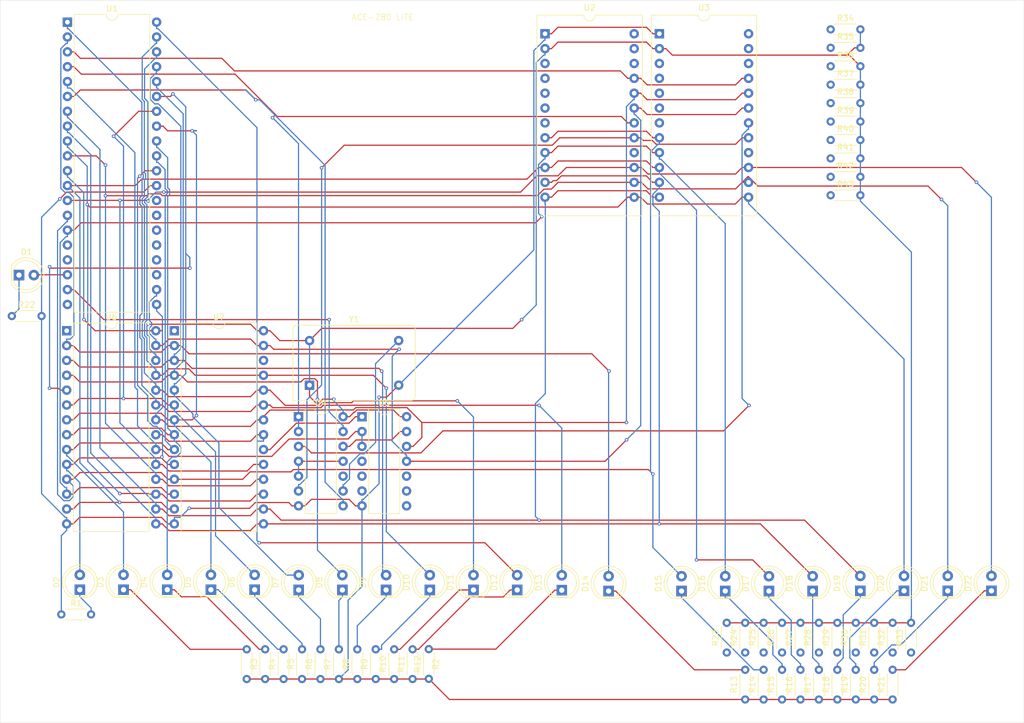
<source format=kicad_pcb>
(kicad_pcb (version 20240108) (generator "pcbnew") (generator_version "8.0")
  (layers (0 "F.Cu" signal) (31 "B.Cu" signal) (34 "B.Paste" user) (35 "F.Paste" user) (36 "B.SilkS" user "B.Silkscreen") (37 "F.SilkS" user "F.Silkscreen") (38 "B.Mask" user) (39 "F.Mask" user) (44 "Edge.Cuts" user))
  (net 0 "")
  (net 1 "Net-(D1-A)")
  (net 2 "Net-(D1-K)")
  (net 3 "/A0")
  (net 4 "Net-(D2-K)")
  (net 5 "Net-(D3-K)")
  (net 6 "/A1")
  (net 7 "/A2")
  (net 8 "Net-(D4-K)")
  (net 9 "Net-(D5-K)")
  (net 10 "/A3")
  (net 11 "Net-(D6-K)")
  (net 12 "/A4")
  (net 13 "/A5")
  (net 14 "Net-(D7-K)")
  (net 15 "Net-(D8-K)")
  (net 16 "/A6")
  (net 17 "/A7")
  (net 18 "Net-(D9-K)")
  (net 19 "/A8")
  (net 20 "Net-(D10-K)")
  (net 21 "Net-(D11-K)")
  (net 22 "/A9")
  (net 23 "Net-(D12-K)")
  (net 24 "/A10")
  (net 25 "/A11")
  (net 26 "Net-(D13-K)")
  (net 27 "Net-(D14-K)")
  (net 28 "/A12")
  (net 29 "/D0")
  (net 30 "Net-(D15-K)")
  (net 31 "/D1")
  (net 32 "Net-(D16-K)")
  (net 33 "/D2")
  (net 34 "Net-(D17-K)")
  (net 35 "/D3")
  (net 36 "Net-(D18-K)")
  (net 37 "Net-(D19-K)")
  (net 38 "/D4")
  (net 39 "Net-(D20-K)")
  (net 40 "/D5")
  (net 41 "/D6")
  (net 42 "Net-(D21-K)")
  (net 43 "Net-(D22-K)")
  (net 44 "/D7")
  (net 45 "Net-(U1-GND)")
  (net 46 "Net-(SW9-B)")
  (net 47 "Net-(U1-VCC)")
  (net 48 "Net-(SW8-B)")
  (net 49 "Net-(SW7-B)")
  (net 50 "Net-(SW6-B)")
  (net 51 "Net-(SW5-B)")
  (net 52 "Net-(SW4-B)")
  (net 53 "Net-(SW3-B)")
  (net 54 "Net-(SW2-B)")
  (net 55 "Net-(SW10-B)")
  (net 56 "Net-(SW11-B)")
  (net 57 "Net-(SW12-B)")
  (net 58 "Net-(SW13-B)")
  (net 59 "Net-(SW14-B)")
  (net 60 "Net-(SW15-B)")
  (net 61 "Net-(SW16-B)")
  (net 62 "Net-(SW17-B)")
  (net 63 "Net-(SW18-B)")
  (net 64 "Net-(SW19-B)")
  (net 65 "Net-(SW20-B)")
  (net 66 "Net-(SW21-B)")
  (net 67 "Net-(SW22-B)")
  (net 71 "Net-(U1-~{RD})")
  (net 72 "Net-(U1-~{CLK})")
  (net 73 "Net-(U1-A13)")
  (net 75 "Net-(U1-A14)")
  (net 80 "Net-(U1-~{WR})")
  (net 81 "Net-(U1-A15)")
  (net 83 "Net-(U1-~{MREQ})")
  (net 84 "Net-(U3-CS)")
  (net 85 "Net-(U4-Pad12)")
  (net 86 "Net-(U4-Pad11)")
  (net 87 "Net-(Y1-OUT)")
  (net 88 "Net-(SW1-B)")
  (net 89 "Net-(U2-PAUSE)")
  (net 93 "Net-(U7-~{CE})")
  (footprint "Package_DIP:DIP-24_18.0mmx34.29mm_W15.24mm" (layer "F.Cu") (at 134.685 19.745)
    (property "Reference" "U3")
    (property "Value" "~")
  )
  (footprint "Resistor_THT:R_Axial_DIN0204_L3.6mm_D1.6mm_P5.08mm_Horizontal" (layer "F.Cu") (at 174.55 133.54 90)
    (property "Reference" "R21")
    (property "Value" "R")
  )
  (footprint "Package_DIP:DIP-14_W7.62mm" (layer "F.Cu") (at 83.85 85.2)
    (property "Reference" "U5")
    (property "Value" "7402")
  )
  (footprint "Resistor_THT:R_Axial_DIN0204_L3.6mm_D1.6mm_P5.08mm_Horizontal" (layer "F.Cu") (at 95.27 130.01 90)
    (property "Reference" "R12")
    (property "Value" "R")
  )
  (footprint "Resistor_THT:R_Axial_DIN0204_L3.6mm_D1.6mm_P5.08mm_Horizontal" (layer "F.Cu") (at 24 68)
    (property "Reference" "R22")
    (property "Value" "R")
  )
  (footprint "Package_DIP:DIP-28_W15.24mm" (layer "F.Cu") (at 51.775 70.5)
    (property "Reference" "U7")
    (property "Value" "KM28C64A")
  )
  (footprint "Resistor_THT:R_Axial_DIN0204_L3.6mm_D1.6mm_P5.08mm_Horizontal" (layer "F.Cu") (at 163.96 47.35)
    (property "Reference" "R43")
    (property "Value" "R")
  )
  (footprint "Resistor_THT:R_Axial_DIN0204_L3.6mm_D1.6mm_P5.08mm_Horizontal" (layer "F.Cu") (at 83.05 130.04 90)
    (property "Reference" "R8")
    (property "Value" "R")
  )
  (footprint "LED_THT:LED_D5.0mm" (layer "F.Cu") (at 153.41 115 90)
    (property "Reference" "D17")
    (property "Value" "LED")
  )
  (footprint "Resistor_THT:R_Axial_DIN0204_L3.6mm_D1.6mm_P5.08mm_Horizontal" (layer "F.Cu") (at 163.96 41.05)
    (property "Reference" "R41")
    (property "Value" "R")
  )
  (footprint "LED_THT:LED_D5.0mm" (layer "F.Cu") (at 110.38 114.815 90)
    (property "Reference" "D12")
    (property "Value" "LED")
  )
  (footprint "Resistor_THT:R_Axial_DIN0204_L3.6mm_D1.6mm_P5.08mm_Horizontal" (layer "F.Cu") (at 163.96 22.15)
    (property "Reference" "R35")
    (property "Value" "R")
  )
  (footprint "Resistor_THT:R_Axial_DIN0204_L3.6mm_D1.6mm_P5.08mm_Horizontal" (layer "F.Cu") (at 158.8 125.51 90)
    (property "Reference" "R27")
    (property "Value" "R")
  )
  (footprint "Resistor_THT:R_Axial_DIN0204_L3.6mm_D1.6mm_P5.08mm_Horizontal" (layer "F.Cu") (at 149.35 133.54 90)
    (property "Reference" "R13")
    (property "Value" "R")
  )
  (footprint "Resistor_THT:R_Axial_DIN0204_L3.6mm_D1.6mm_P5.08mm_Horizontal" (layer "F.Cu") (at 152.5 133.54 90)
    (property "Reference" "R14")
    (property "Value" "R")
  )
  (footprint "Resistor_THT:R_Axial_DIN0204_L3.6mm_D1.6mm_P5.08mm_Horizontal" (layer "F.Cu") (at 163.96 25.3)
    (property "Reference" "R36")
    (property "Value" "R")
  )
  (footprint "Resistor_THT:R_Axial_DIN0204_L3.6mm_D1.6mm_P5.08mm_Horizontal" (layer "F.Cu") (at 158.8 133.54 90)
    (property "Reference" "R16")
    (property "Value" "R")
  )
  (footprint "Resistor_THT:R_Axial_DIN0204_L3.6mm_D1.6mm_P5.08mm_Horizontal" (layer "F.Cu") (at 79.9 130.04 90)
    (property "Reference" "R7")
    (property "Value" "R")
  )
  (footprint "Resistor_THT:R_Axial_DIN0204_L3.6mm_D1.6mm_P5.08mm_Horizontal" (layer "F.Cu") (at 163.96 28.45)
    (property "Reference" "R37")
    (property "Value" "R")
  )
  (footprint "LED_THT:LED_D5.0mm" (layer "F.Cu") (at 43.09 114.775 90)
    (property "Reference" "D3")
    (property "Value" "LED")
  )
  (footprint "LED_THT:LED_D5.0mm" (layer "F.Cu") (at 145.94 115 90)
    (property "Reference" "D16")
    (property "Value" "LED")
  )
  (footprint "Package_DIP:DIP-24_18.0mmx34.29mm_W15.24mm" (layer "F.Cu") (at 115.135 19.745)
    (property "Reference" "U2")
    (property "Value" "~")
  )
  (footprint "Resistor_THT:R_Axial_DIN0204_L3.6mm_D1.6mm_P5.08mm_Horizontal" (layer "F.Cu") (at 64.15 130.04 90)
    (property "Reference" "R2")
    (property "Value" "R")
  )
  (footprint "LED_THT:LED_D5.0mm" (layer "F.Cu") (at 191.44 114.96 90)
    (property "Reference" "D22")
    (property "Value" "LED")
  )
  (footprint "LED_THT:LED_D5.0mm" (layer "F.Cu") (at 183.97 114.96 90)
    (property "Reference" "D21")
    (property "Value" "LED")
  )
  (footprint "Resistor_THT:R_Axial_DIN0204_L3.6mm_D1.6mm_P5.08mm_Horizontal" (layer "F.Cu") (at 146.2 125.51 90)
    (property "Reference" "R23")
    (property "Value" "R")
  )
  (footprint "Resistor_THT:R_Axial_DIN0204_L3.6mm_D1.6mm_P5.08mm_Horizontal" (layer "F.Cu") (at 163.96 34.75)
    (property "Reference" "R39")
    (property "Value" "R")
  )
  (footprint "LED_THT:LED_D5.0mm" (layer "F.Cu") (at 118 114.855 90)
    (property "Reference" "D13")
    (property "Value" "LED")
  )
  (footprint "Resistor_THT:R_Axial_DIN0204_L3.6mm_D1.6mm_P5.08mm_Horizontal" (layer "F.Cu") (at 92.5 130.04 90)
    (property "Reference" "R11")
    (property "Value" "R")
  )
  (footprint "LED_THT:LED_D5.0mm" (layer "F.Cu") (at 160.88 115 90)
    (property "Reference" "D18")
    (property "Value" "LED")
  )
  (footprint "Resistor_THT:R_Axial_DIN0204_L3.6mm_D1.6mm_P5.08mm_Horizontal" (layer "F.Cu") (at 149.35 125.51 90)
    (property "Reference" "R24")
    (property "Value" "R")
  )
  (footprint "Resistor_THT:R_Axial_DIN0204_L3.6mm_D1.6mm_P5.08mm_Horizontal" (layer "F.Cu") (at 86.2 130.04 90)
    (property "Reference" "R9")
    (property "Value" "R")
  )
  (footprint "Resistor_THT:R_Axial_DIN0204_L3.6mm_D1.6mm_P5.08mm_Horizontal" (layer "F.Cu") (at 67.3 130.04 90)
    (property "Reference" "R3")
    (property "Value" "R")
  )
  (footprint "Resistor_THT:R_Axial_DIN0204_L3.6mm_D1.6mm_P5.08mm_Horizontal" (layer "F.Cu") (at 171.4 125.51 90)
    (property "Reference" "R31")
    (property "Value" "R")
  )
  (footprint "Package_DIP:DIP-40_W15.24mm" (layer "F.Cu") (at 33.5 17.76)
    (property "Reference" "U1")
    (property "Value" "Z80CPU")
  )
  (footprint "Resistor_THT:R_Axial_DIN0204_L3.6mm_D1.6mm_P5.08mm_Horizontal" (layer "F.Cu") (at 161.95 125.51 90)
    (property "Reference" "R28")
    (property "Value" "R")
  )
  (footprint "Resistor_THT:R_Axial_DIN0204_L3.6mm_D1.6mm_P5.08mm_Horizontal" (layer "F.Cu") (at 163.96 37.9)
    (property "Reference" "R40")
    (property "Value" "R")
  )
  (footprint "Resistor_THT:R_Axial_DIN0204_L3.6mm_D1.6mm_P5.08mm_Horizontal" (layer "F.Cu") (at 73.6 130.04 90)
    (property "Reference" "R5")
    (property "Value" "R")
  )
  (footprint "Resistor_THT:R_Axial_DIN0204_L3.6mm_D1.6mm_P5.08mm_Horizontal" (layer "F.Cu") (at 155.65 125.51 90)
    (property "Reference" "R26")
    (property "Value" "R")
  )
  (footprint "LED_THT:LED_D5.0mm" (layer "F.Cu") (at 80.5 114.815 90)
    (property "Reference" "D8")
    (property "Value" "LED")
  )
  (footprint "Resistor_THT:R_Axial_DIN0204_L3.6mm_D1.6mm_P5.08mm_Horizontal" (layer "F.Cu") (at 76.75 130.04 90)
    (property "Reference" "R6")
    (property "Value" "R")
  )
  (footprint "LED_THT:LED_D5.0mm" (layer "F.Cu") (at 65.5 114.775 90)
    (property "Reference" "D6")
    (property "Value" "LED")
  )
  (footprint "LED_THT:LED_D5.0mm" (layer "F.Cu") (at 73.03 114.815 90)
    (property "Reference" "D7")
    (property "Value" "LED")
  )
  (footprint "Resistor_THT:R_Axial_DIN0204_L3.6mm_D1.6mm_P5.08mm_Horizontal" (layer "F.Cu") (at 171.4 133.54 90)
    (property "Reference" "R20")
    (property "Value" "R")
  )
  (footprint "LED_THT:LED_D5.0mm" (layer "F.Cu") (at 35.62 114.775 90)
    (property "Reference" "D2")
    (property "Value" "LED")
  )
  (footprint "LED_THT:LED_D5.0mm" (layer "F.Cu") (at 138.47 115 90)
    (property "Reference" "D15")
    (property "Value" "LED")
  )
  (footprint "Resistor_THT:R_Axial_DIN0204_L3.6mm_D1.6mm_P5.08mm_Horizontal" (layer "F.Cu") (at 163.96 44.2)
    (property "Reference" "R42")
    (property "Value" "R")
  )
  (footprint "Resistor_THT:R_Axial_DIN0204_L3.6mm_D1.6mm_P5.08mm_Horizontal" (layer "F.Cu") (at 161.95 133.54 90)
    (property "Reference" "R17")
    (property "Value" "R")
  )
  (footprint "Package_DIP:DIP-28_W15.24mm" (layer "F.Cu") (at 33.375 70.5)
    (property "Reference" "U6")
    (property "Value" "HY6264AxP")
  )
  (footprint "Resistor_THT:R_Axial_DIN0204_L3.6mm_D1.6mm_P5.08mm_Horizontal" (layer "F.Cu") (at 168.25 125.51 90)
    (property "Reference" "R30")
    (property "Value" "R")
  )
  (footprint "Resistor_THT:R_Axial_DIN0204_L3.6mm_D1.6mm_P5.08mm_Horizontal" (layer "F.Cu") (at 70.45 130.04 90)
    (property "Reference" "R4")
    (property "Value" "R")
  )
  (footprint "Resistor_THT:R_Axial_DIN0204_L3.6mm_D1.6mm_P5.08mm_Horizontal" (layer "F.Cu") (at 165.1 133.54 90)
    (property "Reference" "R18")
    (property "Value" "R")
  )
  (footprint "Package_DIP:DIP-14_W7.62mm" (layer "F.Cu") (at 73 85.2)
    (property "Reference" "U4")
    (property "Value" "74LS00")
  )
  (footprint "LED_THT:LED_D5.0mm" (layer "F.Cu") (at 169.03 114.96 90)
    (property "Reference" "D19")
    (property "Value" "LED")
  )
  (footprint "LED_THT:LED_D5.0mm" (layer "F.Cu") (at 126 115 90)
    (property "Reference" "D14")
    (property "Value" "LED")
  )
  (footprint "Resistor_THT:R_Axial_DIN0204_L3.6mm_D1.6mm_P5.08mm_Horizontal" (layer "F.Cu") (at 32.46 119)
    (property "Reference" "R1")
    (property "Value" "R")
  )
  (footprint "Resistor_THT:R_Axial_DIN0204_L3.6mm_D1.6mm_P5.08mm_Horizontal" (layer "F.Cu") (at 168.25 133.54 90)
    (property "Reference" "R19")
    (property "Value" "R")
  )
  (footprint "LED_THT:LED_D5.0mm" (layer "F.Cu") (at 95.44 114.815 90)
    (property "Reference" "D10")
    (property "Value" "LED")
  )
  (footprint "Resistor_THT:R_Axial_DIN0204_L3.6mm_D1.6mm_P5.08mm_Horizontal" (layer "F.Cu") (at 163.96 19)
    (property "Reference" "R34")
    (property "Value" "R")
  )
  (footprint "Oscillator:Oscillator_DIP-14" (layer "F.Cu") (at 74.88 79.81)
    (property "Reference" "Y1")
    (property "Value" "CXO_DIP14")
  )
  (footprint "Resistor_THT:R_Axial_DIN0204_L3.6mm_D1.6mm_P5.08mm_Horizontal" (layer "F.Cu") (at 174.55 125.51 90)
    (property "Reference" "R32")
    (property "Value" "R")
  )
  (footprint "LED_THT:LED_D5.0mm" (layer "F.Cu") (at 176.5 114.96 90)
    (property "Reference" "D20")
    (property "Value" "LED")
  )
  (footprint "Resistor_THT:R_Axial_DIN0204_L3.6mm_D1.6mm_P5.08mm_Horizontal" (layer "F.Cu") (at 155.65 133.54 90)
    (property "Reference" "R15")
    (property "Value" "R")
  )
  (footprint "Resistor_THT:R_Axial_DIN0204_L3.6mm_D1.6mm_P5.08mm_Horizontal" (layer "F.Cu") (at 89.35 130.04 90)
    (property "Reference" "R10")
    (property "Value" "R")
  )
  (footprint "LED_THT:LED_D5.0mm" (layer "F.Cu") (at 102.91 114.815 90)
    (property "Reference" "D11")
    (property "Value" "LED")
  )
  (footprint "Resistor_THT:R_Axial_DIN0204_L3.6mm_D1.6mm_P5.08mm_Horizontal" (layer "F.Cu") (at 163.96 31.6)
    (property "Reference" "R38")
    (property "Value" "R")
  )
  (footprint "LED_THT:LED_D5.0mm" (layer "F.Cu") (at 58.03 114.775 90)
    (property "Reference" "D5")
    (property "Value" "LED")
  )
  (footprint "LED_THT:LED_D5.0mm" (layer "F.Cu") (at 87.97 114.815 90)
    (property "Reference" "D9")
    (property "Value" "LED")
  )
  (footprint "Resistor_THT:R_Axial_DIN0204_L3.6mm_D1.6mm_P5.08mm_Horizontal" (layer "F.Cu") (at 165.1 125.51 90)
    (property "Reference" "R29")
    (property "Value" "R")
  )
  (footprint "LED_THT:LED_D5.0mm" (layer "F.Cu") (at 25.225 61)
    (property "Reference" "D1")
    (property "Value" "LED")
  )
  (footprint "Resistor_THT:R_Axial_DIN0204_L3.6mm_D1.6mm_P5.08mm_Horizontal" (layer "F.Cu") (at 177.7 125.51 90)
    (property "Reference" "R33")
    (property "Value" "R")
  )
  (footprint "LED_THT:LED_D5.0mm" (layer "F.Cu") (at 50.56 114.775 90)
    (property "Reference" "D4")
    (property "Value" "LED")
  )
  (footprint "Resistor_THT:R_Axial_DIN0204_L3.6mm_D1.6mm_P5.08mm_Horizontal" (layer "F.Cu") (at 152.5 125.51 90)
    (property "Reference" "R25")
    (property "Value" "R")
  )
  (gr_rect (start 22 14) (end 197 137.5) (stroke (width 0.05)) (fill none) (layer "Edge.Cuts"))
  (gr_text "ACE-Z80 LITE" (at 82 17.5 0) (layer "F.SilkS") (effects (font (size 1 1) (thickness 0.1)) (justify left bottom)))
  (segment (start 27.825 60.94) (end 27.765 61) (width 0.2) (layer "F.Cu") (net 1))
  (segment (start 33.5 60.94) (end 27.825 60.94) (width 0.2) (layer "F.Cu") (net 1))
  (segment (start 25.225 66.775) (end 25.225 61) (width 0.2) (layer "B.Cu") (net 2))
  (segment (start 24 68) (end 25.225 66.775) (width 0.2) (layer "B.Cu") (net 2))
  (segment (start 46.7788 43.16) (end 45.8545 44.0843) (width 0.2) (layer "F.Cu") (net 3))
  (segment (start 51.775 93.36) (end 50.6733 93.36) (width 0.2) (layer "F.Cu") (net 3))
  (segment (start 35.588 92.2487) (end 34.4767 93.36) (width 0.2) (layer "F.Cu") (net 3))
  (segment (start 49.646 92.09) (end 49.562 92.174) (width 0.2) (layer "F.Cu") (net 3))
  (segment (start 33.375 93.36) (end 34.4767 93.36) (width 0.2) (layer "F.Cu") (net 3))
  (segment (start 49.646 92.09) (end 49.562 92.174) (width 0.2) (layer "F.Cu") (net 3))
  (segment (start 49.562 92.2487) (end 35.588 92.2487) (width 0.2) (layer "F.Cu") (net 3))
  (segment (start 49.562 92.174) (end 49.646 92.09) (width 0.2) (layer "F.Cu") (net 3))
  (segment (start 50.6733 93.36) (end 49.562 92.2487) (width 0.2) (layer "F.Cu") (net 3))
  (segment (start 49.562 92.174) (end 49.562 92.2487) (width 0.2) (layer "F.Cu") (net 3))
  (segment (start 48.74 43.16) (end 46.7788 43.16) (width 0.2) (layer "F.Cu") (net 3))
  (via (at 49.646 92.09) (size 0.6) (drill 0.3) (layers "F.Cu" "B.Cu") (net 3))
  (via (at 45.8545 44.0843) (size 0.6) (drill 0.3) (layers "F.Cu" "B.Cu") (net 3))
  (segment (start 35.62 96.4716) (end 33.6101 94.4617) (width 0.2) (layer "B.Cu") (net 3))
  (segment (start 48.7413 86.8417) (end 48.1561 86.8417) (width 0.2) (layer "B.Cu") (net 3))
  (segment (start 49.646 92.09) (end 49.562 92.174) (width 0.2) (layer "B.Cu") (net 3))
  (segment (start 35.62 112.235) (end 35.62 96.4716) (width 0.2) (layer "B.Cu") (net 3))
  (segment (start 48.1561 86.8417) (end 47.2201 85.9057) (width 0.2) (layer "B.Cu") (net 3))
  (segment (start 33.375 93.36) (end 33.375 94.4617) (width 0.2) (layer "B.Cu") (net 3))
  (segment (start 33.6101 94.4617) (end 33.375 94.4617) (width 0.2) (layer "B.Cu") (net 3))
  (segment (start 45.4809 44.4579) (end 45.8545 44.0843) (width 0.2) (layer "B.Cu") (net 3))
  (segment (start 47.2201 85.9057) (end 47.2201 81.5883) (width 0.2) (layer "B.Cu") (net 3))
  (segment (start 49.7538 91.9822) (end 49.7538 87.8542) (width 0.2) (layer "B.Cu") (net 3))
  (segment (start 45.4809 79.8491) (end 45.4809 44.4579) (width 0.2) (layer "B.Cu") (net 3))
  (segment (start 49.646 92.09) (end 49.7538 91.9822) (width 0.2) (layer "B.Cu") (net 3))
  (segment (start 49.562 92.174) (end 49.646 92.09) (width 0.2) (layer "B.Cu") (net 3))
  (segment (start 49.7538 87.8542) (end 48.7413 86.8417) (width 0.2) (layer "B.Cu") (net 3))
  (segment (start 47.2201 81.5883) (end 45.4809 79.8491) (width 0.2) (layer "B.Cu") (net 3))
  (segment (start 35.62 114.775) (end 35.62 115.977) (width 0.2) (layer "B.Cu") (net 4))
  (segment (start 37.54 119) (end 37.54 117.897) (width 0.2) (layer "B.Cu") (net 4))
  (segment (start 37.54 117.897) (end 35.62 115.977) (width 0.2) (layer "B.Cu") (net 4))
  (segment (start 54.4767 124.96) (end 44.2917 114.775) (width 0.2) (layer "F.Cu") (net 5))
  (segment (start 43.09 114.775) (end 44.2917 114.775) (width 0.2) (layer "F.Cu") (net 5))
  (segment (start 64.15 124.96) (end 54.4767 124.96) (width 0.2) (layer "F.Cu") (net 5))
  (segment (start 34.4767 90.82) (end 35.6055 89.6912) (width 0.2) (layer "F.Cu") (net 6))
  (segment (start 35.6055 89.6912) (end 49.5445 89.6912) (width 0.2) (layer "F.Cu") (net 6))
  (segment (start 49.5445 89.6912) (end 50.6733 90.82) (width 0.2) (layer "F.Cu") (net 6))
  (segment (start 51.775 90.82) (end 50.6733 90.82) (width 0.2) (layer "F.Cu") (net 6))
  (segment (start 33.375 90.82) (end 34.4767 90.82) (width 0.2) (layer "F.Cu") (net 6))
  (segment (start 33.375 90.82) (end 33.375 91.9217) (width 0.2) (layer "B.Cu") (net 6))
  (segment (start 48.74 40.62) (end 48.74 41.7217) (width 0.2) (layer "B.Cu") (net 6))
  (segment (start 50.2142 89.2592) (end 50.2142 47.4094) (width 0.2) (layer "B.Cu") (net 6))
  (segment (start 50.5667 47.0569) (end 50.5667 46.5585) (width 0.2) (layer "B.Cu") (net 6))
  (segment (start 51.775 90.82) (end 50.2142 89.2592) (width 0.2) (layer "B.Cu") (net 6))
  (segment (start 50.194 42.9474) (end 48.9683 41.7217) (width 0.2) (layer "B.Cu") (net 6))
  (segment (start 48.9683 41.7217) (end 48.74 41.7217) (width 0.2) (layer "B.Cu") (net 6))
  (segment (start 50.1941 46.1859) (end 50.194 46.1859) (width 0.2) (layer "B.Cu") (net 6))
  (segment (start 43.09 101.499) (end 43.09 112.235) (width 0.2) (layer "B.Cu") (net 6))
  (segment (start 50.2142 47.4094) (end 50.5667 47.0569) (width 0.2) (layer "B.Cu") (net 6))
  (segment (start 50.5667 46.5585) (end 50.1941 46.1859) (width 0.2) (layer "B.Cu") (net 6))
  (segment (start 33.375 91.9217) (end 33.5127 91.9217) (width 0.2) (layer "B.Cu") (net 6))
  (segment (start 50.194 46.1859) (end 50.194 42.9474) (width 0.2) (layer "B.Cu") (net 6))
  (segment (start 33.5127 91.9217) (end 43.09 101.499) (width 0.2) (layer "B.Cu") (net 6))
  (segment (start 51.775 88.28) (end 50.6733 88.28) (width 0.2) (layer "F.Cu") (net 7))
  (segment (start 49.562 87.1687) (end 35.588 87.1687) (width 0.2) (layer "F.Cu") (net 7))
  (segment (start 35.588 87.1687) (end 34.4767 88.28) (width 0.2) (layer "F.Cu") (net 7))
  (segment (start 50.6733 88.28) (end 49.562 87.1687) (width 0.2) (layer "F.Cu") (net 7))
  (segment (start 33.375 88.28) (end 34.4767 88.28) (width 0.2) (layer "F.Cu") (net 7))
  (segment (start 50.6346 40.9386) (end 48.8777 39.1817) (width 0.2) (layer "B.Cu") (net 7))
  (segment (start 51.775 88.28) (end 50.6346 87.1396) (width 0.2) (layer "B.Cu") (net 7))
  (segment (start 52.1273 92.09) (end 51.4011 92.09) (width 0.2) (layer "B.Cu") (net 7))
  (segment (start 51.775 89.3817) (end 51.9127 89.3817) (width 0.2) (layer "B.Cu") (net 7))
  (segment (start 51.775 88.28) (end 51.775 89.3817) (width 0.2) (layer "B.Cu") (net 7))
  (segment (start 48.8777 39.1817) (end 48.74 39.1817) (width 0.2) (layer "B.Cu") (net 7))
  (segment (start 48.74 38.08) (end 48.74 39.1817) (width 0.2) (layer "B.Cu") (net 7))
  (segment (start 50.6346 46.0584) (end 50.6346 40.9386) (width 0.2) (layer "B.Cu") (net 7))
  (segment (start 51.9127 89.3817) (end 52.9178 90.3868) (width 0.2) (layer "B.Cu") (net 7))
  (segment (start 50.9684 47.2232) (end 50.9684 46.3922) (width 0.2) (layer "B.Cu") (net 7))
  (segment (start 52.9178 91.2995) (end 52.1273 92.09) (width 0.2) (layer "B.Cu") (net 7))
  (segment (start 52.9178 90.3868) (end 52.9178 91.2995) (width 0.2) (layer "B.Cu") (net 7))
  (segment (start 50.733 46.1568) (end 50.6346 46.0584) (width 0.2) (layer "B.Cu") (net 7))
  (segment (start 51.4011 92.09) (end 50.56 92.9311) (width 0.2) (layer "B.Cu") (net 7))
  (segment (start 50.9684 46.3922) (end 50.733 46.1568) (width 0.2) (layer "B.Cu") (net 7))
  (segment (start 50.6346 47.557) (end 50.9684 47.2232) (width 0.2) (layer "B.Cu") (net 7))
  (segment (start 50.56 92.9311) (end 50.56 112.235) (width 0.2) (layer "B.Cu") (net 7))
  (segment (start 50.6346 87.1396) (end 50.6346 47.557) (width 0.2) (layer "B.Cu") (net 7))
  (segment (start 57.315 115.977) (end 52.9634 115.977) (width 0.2) (layer "F.Cu") (net 8))
  (segment (start 52.9634 115.977) (end 51.7617 114.775) (width 0.2) (layer "F.Cu") (net 8))
  (segment (start 67.3 124.96) (end 66.2983 124.96) (width 0.2) (layer "F.Cu") (net 8))
  (segment (start 50.56 114.775) (end 51.7617 114.775) (width 0.2) (layer "F.Cu") (net 8))
  (segment (start 66.2983 124.96) (end 57.315 115.977) (width 0.2) (layer "F.Cu") (net 8))
  (segment (start 70.45 124.96) (end 69.4483 124.96) (width 0.2) (layer "B.Cu") (net 9))
  (segment (start 59.2633 114.775) (end 58.03 114.775) (width 0.2) (layer "B.Cu") (net 9))
  (segment (start 69.4483 124.96) (end 59.2633 114.775) (width 0.2) (layer "B.Cu") (net 9))
  (segment (start 51.775 85.74) (end 54.8182 85.74) (width 0.2) (layer "F.Cu") (net 10))
  (segment (start 54.8182 85.74) (end 55.557 85.0012) (width 0.2) (layer "F.Cu") (net 10))
  (segment (start 34.4767 85.74) (end 35.604 84.6127) (width 0.2) (layer "F.Cu") (net 10))
  (segment (start 33.375 85.74) (end 34.4767 85.74) (width 0.2) (layer "F.Cu") (net 10))
  (segment (start 54.8184 36.336) (end 55.557 36.336) (width 0.2) (layer "F.Cu") (net 10))
  (segment (start 49.546 84.6127) (end 50.6733 85.74) (width 0.2) (layer "F.Cu") (net 10))
  (segment (start 48.74 35.54) (end 49.8417 35.54) (width 0.2) (layer "F.Cu") (net 10))
  (segment (start 50.6377 36.336) (end 49.8417 35.54) (width 0.2) (layer "F.Cu") (net 10))
  (segment (start 51.2242 85.74) (end 50.6733 85.74) (width 0.2) (layer "F.Cu") (net 10))
  (segment (start 51.2242 85.74) (end 51.775 85.74) (width 0.2) (layer "F.Cu") (net 10))
  (segment (start 55.557 36.336) (end 54.8184 36.336) (width 0.2) (layer "F.Cu") (net 10))
  (segment (start 54.8184 36.336) (end 50.6377 36.336) (width 0.2) (layer "F.Cu") (net 10))
  (segment (start 35.604 84.6127) (end 49.546 84.6127) (width 0.2) (layer "F.Cu") (net 10))
  (via (at 54.8184 36.336) (size 0.6) (drill 0.3) (layers "F.Cu" "B.Cu") (net 10))
  (via (at 55.557 85.0012) (size 0.6) (drill 0.3) (layers "F.Cu" "B.Cu") (net 10))
  (segment (start 51.775 85.74) (end 51.775 86.8417) (width 0.2) (layer "B.Cu") (net 10))
  (segment (start 58.03 92.9376) (end 58.03 112.235) (width 0.2) (layer "B.Cu") (net 10))
  (segment (start 51.775 86.8417) (end 51.9341 86.8417) (width 0.2) (layer "B.Cu") (net 10))
  (segment (start 55.557 37.0746) (end 54.8184 36.336) (width 0.2) (layer "B.Cu") (net 10))
  (segment (start 55.557 36.336) (end 54.8184 36.336) (width 0.2) (layer "B.Cu") (net 10))
  (segment (start 54.8184 36.336) (end 55.557 36.336) (width 0.2) (layer "B.Cu") (net 10))
  (segment (start 55.557 85.0012) (end 55.557 37.0746) (width 0.2) (layer "B.Cu") (net 10))
  (segment (start 51.9341 86.8417) (end 58.03 92.9376) (width 0.2) (layer "B.Cu") (net 10))
  (segment (start 73.6 123.958) (end 65.6184 115.977) (width 0.2) (layer "B.Cu") (net 11))
  (segment (start 65.6184 115.977) (end 65.5 115.977) (width 0.2) (layer "B.Cu") (net 11))
  (segment (start 73.6 124.96) (end 73.6 123.958) (width 0.2) (layer "B.Cu") (net 11))
  (segment (start 65.5 114.775) (end 65.5 115.977) (width 0.2) (layer "B.Cu") (net 11))
  (segment (start 49.562 82.0887) (end 43.0889 82.0887) (width 0.2) (layer "F.Cu") (net 12))
  (segment (start 45.6685 33) (end 41.3935 37.275) (width 0.2) (layer "F.Cu") (net 12))
  (segment (start 51.775 83.2) (end 50.6733 83.2) (width 0.2) (layer "F.Cu") (net 12))
  (segment (start 35.588 82.0887) (end 43.0889 82.0887) (width 0.2) (layer "F.Cu") (net 12))
  (segment (start 33.375 83.2) (end 34.4767 83.2) (width 0.2) (layer "F.Cu") (net 12))
  (segment (start 34.4767 83.2) (end 35.588 82.0887) (width 0.2) (layer "F.Cu") (net 12))
  (segment (start 48.74 33) (end 45.6685 33) (width 0.2) (layer "F.Cu") (net 12))
  (segment (start 50.6733 83.2) (end 49.562 82.0887) (width 0.2) (layer "F.Cu") (net 12))
  (via (at 43.0889 82.0887) (size 0.6) (drill 0.3) (layers "F.Cu" "B.Cu") (net 12))
  (via (at 41.3935 37.275) (size 0.6) (drill 0.3) (layers "F.Cu" "B.Cu") (net 12))
  (segment (start 58.8158 91.2048) (end 58.8158 105.551) (width 0.2) (layer "B.Cu") (net 12))
  (segment (start 51.775 84.3017) (end 51.9127 84.3017) (width 0.2) (layer "B.Cu") (net 12))
  (segment (start 51.9127 84.3017) (end 58.8158 91.2048) (width 0.2) (layer "B.Cu") (net 12))
  (segment (start 43.0889 38.9704) (end 43.0889 82.0887) (width 0.2) (layer "B.Cu") (net 12))
  (segment (start 51.775 83.2) (end 51.775 84.3017) (width 0.2) (layer "B.Cu") (net 12))
  (segment (start 58.8158 105.551) (end 65.5 112.235) (width 0.2) (layer "B.Cu") (net 12))
  (segment (start 41.3935 37.275) (end 43.0889 38.9704) (width 0.2) (layer "B.Cu") (net 12))
  (segment (start 30.4464 80.3415) (end 31.9548 80.3415) (width 0.2) (layer "F.Cu") (net 13))
  (segment (start 30.6626 59.8056) (end 30.4464 59.5894) (width 0.2) (layer "F.Cu") (net 13))
  (segment (start 31.9548 80.3415) (end 32.2733 80.66) (width 0.2) (layer "F.Cu") (net 13))
  (segment (start 33.375 80.66) (end 32.2733 80.66) (width 0.2) (layer "F.Cu") (net 13))
  (segment (start 54.4217 59.8056) (end 30.6626 59.8056) (width 0.2) (layer "F.Cu") (net 13))
  (segment (start 48.74 30.46) (end 51.1027 30.46) (width 0.2) (layer "F.Cu") (net 13))
  (segment (start 30.4464 59.5894) (end 30.6626 59.8056) (width 0.2) (layer "F.Cu") (net 13))
  (segment (start 51.1027 30.46) (end 51.5339 30.0288) (width 0.2) (layer "F.Cu") (net 13))
  (segment (start 30.6626 59.8056) (end 30.4464 59.5894) (width 0.2) (layer "F.Cu") (net 13))
  (via (at 51.5339 30.0288) (size 0.6) (drill 0.3) (layers "F.Cu" "B.Cu") (net 13))
  (via (at 54.4217 59.8056) (size 0.6) (drill 0.3) (layers "F.Cu" "B.Cu") (net 13))
  (via (at 30.4464 80.3415) (size 0.6) (drill 0.3) (layers "F.Cu" "B.Cu") (net 13))
  (via (at 30.4464 59.5894) (size 0.6) (drill 0.3) (layers "F.Cu" "B.Cu") (net 13))
  (segment (start 52.0033 79.5583) (end 51.775 79.5583) (width 0.2) (layer "B.Cu") (net 13))
  (segment (start 51.775 81.7617) (end 52.0033 81.7617) (width 0.2) (layer "B.Cu") (net 13))
  (segment (start 53.7206 77.841) (end 52.0033 79.5583) (width 0.2) (layer "B.Cu") (net 13))
  (segment (start 30.4464 59.5894) (end 30.6626 59.8056) (width 0.2) (layer "B.Cu") (net 13))
  (segment (start 53.7206 32.2155) (end 53.7206 57.2885) (width 0.2) (layer "B.Cu") (net 13))
  (segment (start 54.9553 85.2503) (end 59.395 89.69) (width 0.2) (layer "B.Cu") (net 13))
  (segment (start 53.7206 57.2885) (end 54.4217 57.9896) (width 0.2) (layer "B.Cu") (net 13))
  (segment (start 30.6626 59.8056) (end 30.4464 59.5894) (width 0.2) (layer "B.Cu") (net 13))
  (segment (start 54.9553 84.7137) (end 54.9553 85.2503) (width 0.2) (layer "B.Cu") (net 13))
  (segment (start 52.0033 81.7617) (end 54.9553 84.7137) (width 0.2) (layer "B.Cu") (net 13))
  (segment (start 53.7206 57.2885) (end 53.7206 77.841) (width 0.2) (layer "B.Cu") (net 13))
  (segment (start 59.395 89.69) (end 59.395 100.719) (width 0.2) (layer "B.Cu") (net 13))
  (segment (start 70.9507 112.275) (end 73.03 112.275) (width 0.2) (layer "B.Cu") (net 13))
  (segment (start 51.775 80.66) (end 51.775 81.7617) (width 0.2) (layer "B.Cu") (net 13))
  (segment (start 51.5339 30.0288) (end 53.7206 32.2155) (width 0.2) (layer "B.Cu") (net 13))
  (segment (start 54.4217 57.9896) (end 54.4217 59.8056) (width 0.2) (layer "B.Cu") (net 13))
  (segment (start 59.395 100.719) (end 70.9507 112.275) (width 0.2) (layer "B.Cu") (net 13))
  (segment (start 51.775 80.66) (end 51.775 79.5583) (width 0.2) (layer "B.Cu") (net 13))
  (segment (start 30.4464 59.5894) (end 30.4464 80.3415) (width 0.2) (layer "B.Cu") (net 13))
  (segment (start 76.75 124.96) (end 76.75 119.737) (width 0.2) (layer "B.Cu") (net 14))
  (segment (start 76.75 119.737) (end 73.03 116.017) (width 0.2) (layer "B.Cu") (net 14))
  (segment (start 73.03 114.815) (end 73.03 116.017) (width 0.2) (layer "B.Cu") (net 14))
  (segment (start 80.5 114.815) (end 80.5 116.017) (width 0.2) (layer "B.Cu") (net 15))
  (segment (start 80.5 116.017) (end 79.9 116.617) (width 0.2) (layer "B.Cu") (net 15))
  (segment (start 79.9 116.617) (end 79.9 124.96) (width 0.2) (layer "B.Cu") (net 15))
  (segment (start 34.4767 78.12) (end 35.6159 79.2592) (width 0.2) (layer "F.Cu") (net 16))
  (segment (start 51.775 78.12) (end 50.6733 78.12) (width 0.2) (layer "F.Cu") (net 16))
  (segment (start 54.0201 79.2634) (end 73.3999 79.2634) (width 0.2) (layer "F.Cu") (net 16))
  (segment (start 52.8767 78.12) (end 54.0201 79.2634) (width 0.2) (layer "F.Cu") (net 16))
  (segment (start 33.375 78.12) (end 34.4767 78.12) (width 0.2) (layer "F.Cu") (net 16))
  (segment (start 76.2396 82.2576) (end 76.2396 81.3801) (width 0.2) (layer "F.Cu") (net 16))
  (segment (start 76.2396 81.3801) (end 76.2396 82.2576) (width 0.2) (layer "F.Cu") (net 16))
  (segment (start 73.3999 79.2634) (end 73.955 78.7083) (width 0.2) (layer "F.Cu") (net 16))
  (segment (start 35.6159 79.2592) (end 49.5341 79.2592) (width 0.2) (layer "F.Cu") (net 16))
  (segment (start 76.2396 79.1429) (end 76.2396 81.3801) (width 0.2) (layer "F.Cu") (net 16))
  (segment (start 75.805 78.7083) (end 76.2396 79.1429) (width 0.2) (layer "F.Cu") (net 16))
  (segment (start 49.5341 79.2592) (end 50.6733 78.12) (width 0.2) (layer "F.Cu") (net 16))
  (segment (start 51.775 78.12) (end 52.8767 78.12) (width 0.2) (layer "F.Cu") (net 16))
  (segment (start 73.955 78.7083) (end 75.805 78.7083) (width 0.2) (layer "F.Cu") (net 16))
  (segment (start 76.2396 81.3801) (end 76.2396 82.2576) (width 0.2) (layer "F.Cu") (net 16))
  (via (at 76.2396 82.2576) (size 0.6) (drill 0.3) (layers "F.Cu" "B.Cu") (net 16))
  (segment (start 76.2396 82.2576) (end 76.2396 81.3801) (width 0.2) (layer "B.Cu") (net 16))
  (segment (start 51.775 78.12) (end 51.775 77.0183) (width 0.2) (layer "B.Cu") (net 16))
  (segment (start 53.2863 33.4303) (end 53.2863 75.7353) (width 0.2) (layer "B.Cu") (net 16))
  (segment (start 53.2863 75.7353) (end 52.0033 77.0183) (width 0.2) (layer "B.Cu") (net 16))
  (segment (start 76.2396 108.015) (end 80.5 112.275) (width 0.2) (layer "B.Cu") (net 16))
  (segment (start 76.2396 81.3801) (end 76.2396 82.2576) (width 0.2) (layer "B.Cu") (net 16))
  (segment (start 48.74 27.92) (end 48.74 29.0217) (width 0.2) (layer "B.Cu") (net 16))
  (segment (start 48.8777 29.0217) (end 53.2863 33.4303) (width 0.2) (layer "B.Cu") (net 16))
  (segment (start 76.2396 82.2576) (end 76.2396 108.015) (width 0.2) (layer "B.Cu") (net 16))
  (segment (start 48.74 29.0217) (end 48.8777 29.0217) (width 0.2) (layer "B.Cu") (net 16))
  (segment (start 52.0033 77.0183) (end 51.775 77.0183) (width 0.2) (layer "B.Cu") (net 16))
  (segment (start 86.7379 76.9335) (end 54.7982 76.9335) (width 0.2) (layer "F.Cu") (net 17))
  (segment (start 51.775 75.58) (end 50.6733 75.58) (width 0.2) (layer "F.Cu") (net 17))
  (segment (start 50.6733 75.58) (end 49.5447 76.7086) (width 0.2) (layer "F.Cu") (net 17))
  (segment (start 54.7982 76.9335) (end 53.4447 75.58) (width 0.2) (layer "F.Cu") (net 17))
  (segment (start 49.5447 76.7086) (end 35.6053 76.7086) (width 0.2) (layer "F.Cu") (net 17))
  (segment (start 53.4447 75.58) (end 52.8767 75.58) (width 0.2) (layer "F.Cu") (net 17))
  (segment (start 35.6053 76.7086) (end 34.4767 75.58) (width 0.2) (layer "F.Cu") (net 17))
  (segment (start 87.2122 77.4078) (end 86.7379 76.9335) (width 0.2) (layer "F.Cu") (net 17))
  (segment (start 33.375 75.58) (end 34.4767 75.58) (width 0.2) (layer "F.Cu") (net 17))
  (segment (start 51.775 75.58) (end 52.8767 75.58) (width 0.2) (layer "F.Cu") (net 17))
  (via (at 87.2122 77.4078) (size 0.6) (drill 0.3) (layers "F.Cu" "B.Cu") (net 17))
  (segment (start 52.8845 73.5971) (end 52.0033 74.4783) (width 0.2) (layer "B.Cu") (net 17))
  (segment (start 47.6365 30.9417) (end 48.4248 31.73) (width 0.2) (layer "B.Cu") (net 17))
  (segment (start 48.74 25.38) (end 48.74 26.4817) (width 0.2) (layer "B.Cu") (net 17))
  (segment (start 48.74 26.4817) (end 48.6023 26.4817) (width 0.2) (layer "B.Cu") (net 17))
  (segment (start 48.4248 31.73) (end 49.044 31.73) (width 0.2) (layer "B.Cu") (net 17))
  (segment (start 49.044 31.73) (end 52.8845 35.5705) (width 0.2) (layer "B.Cu") (net 17))
  (segment (start 52.0033 74.4783) (end 51.775 74.4783) (width 0.2) (layer "B.Cu") (net 17))
  (segment (start 87.37 111.675) (end 87.37 77.5656) (width 0.2) (layer "B.Cu") (net 17))
  (segment (start 87.97 112.275) (end 87.37 111.675) (width 0.2) (layer "B.Cu") (net 17))
  (segment (start 87.37 77.5656) (end 87.2122 77.4078) (width 0.2) (layer "B.Cu") (net 17))
  (segment (start 51.775 75.58) (end 51.775 74.4783) (width 0.2) (layer "B.Cu") (net 17))
  (segment (start 48.6023 26.4817) (end 47.6365 27.4475) (width 0.2) (layer "B.Cu") (net 17))
  (segment (start 52.8845 35.5705) (end 52.8845 73.5971) (width 0.2) (layer "B.Cu") (net 17))
  (segment (start 47.6365 27.4475) (end 47.6365 30.9417) (width 0.2) (layer "B.Cu") (net 17))
  (segment (start 87.97 114.815) (end 87.97 116.017) (width 0.2) (layer "B.Cu") (net 18))
  (segment (start 87.97 116.017) (end 83.05 120.937) (width 0.2) (layer "B.Cu") (net 18))
  (segment (start 83.05 120.937) (end 83.05 124.96) (width 0.2) (layer "B.Cu") (net 18))
  (segment (start 50.8212 77.0155) (end 49.7167 78.12) (width 0.2) (layer "F.Cu") (net 19))
  (segment (start 88.0097 80.3399) (end 85.7898 78.12) (width 0.2) (layer "F.Cu") (net 19))
  (segment (start 67.015 78.12) (end 68.1167 78.12) (width 0.2) (layer "F.Cu") (net 19))
  (segment (start 67.015 78.12) (end 55.3459 78.12) (width 0.2) (layer "F.Cu") (net 19))
  (segment (start 54.2414 77.0155) (end 50.8212 77.0155) (width 0.2) (layer "F.Cu") (net 19))
  (segment (start 85.7898 78.12) (end 68.1167 78.12) (width 0.2) (layer "F.Cu") (net 19))
  (segment (start 55.3459 78.12) (end 54.2414 77.0155) (width 0.2) (layer "F.Cu") (net 19))
  (segment (start 48.615 78.12) (end 49.7167 78.12) (width 0.2) (layer "F.Cu") (net 19))
  (via (at 88.0097 80.3399) (size 0.6) (drill 0.3) (layers "F.Cu" "B.Cu") (net 19))
  (segment (start 46.9229 31.0227) (end 47.0877 31.1875) (width 0.2) (layer "B.Cu") (net 19))
  (segment (start 48.74 22.84) (end 48.74 23.9417) (width 0.2) (layer "B.Cu") (net 19))
  (segment (start 48.4773 77.0183) (end 48.615 77.0183) (width 0.2) (layer "B.Cu") (net 19))
  (segment (start 47.0418 48.9428) (end 47.0877 48.9887) (width 0.2) (layer "B.Cu") (net 19))
  (segment (start 46.686 71.3305) (end 46.9214 71.5659) (width 0.2) (layer "B.Cu") (net 19))
  (segment (start 88.0097 104.845) (end 88.0097 80.3399) (width 0.2) (layer "B.Cu") (net 19))
  (segment (start 47.0417 48.9428) (end 47.0418 48.9428) (width 0.2) (layer "B.Cu") (net 19))
  (segment (start 48.5117 23.9417) (end 46.6875 25.7659) (width 0.2) (layer "B.Cu") (net 19))
  (segment (start 48.615 78.12) (end 48.615 77.0183) (width 0.2) (layer "B.Cu") (net 19))
  (segment (start 46.9214 71.5659) (end 47.0877 71.7322) (width 0.2) (layer "B.Cu") (net 19))
  (segment (start 46.6937 69.141) (end 46.6937 69.2161) (width 0.2) (layer "B.Cu") (net 19))
  (segment (start 47.0877 68.747) (end 46.6937 69.141) (width 0.2) (layer "B.Cu") (net 19))
  (segment (start 46.6937 69.2161) (end 46.686 69.2238) (width 0.2) (layer "B.Cu") (net 19))
  (segment (start 47.2596 31.3594) (end 47.2596 47.566) (width 0.2) (layer "B.Cu") (net 19))
  (segment (start 47.0877 75.6287) (end 48.4773 77.0183) (width 0.2) (layer "B.Cu") (net 19))
  (segment (start 46.6875 25.7659) (end 46.6875 30.7873) (width 0.2) (layer "B.Cu") (net 19))
  (segment (start 46.6891 48.092) (end 46.6891 48.5902) (width 0.2) (layer "B.Cu") (net 19))
  (segment (start 46.6891 48.5902) (end 47.0417 48.9428) (width 0.2) (layer "B.Cu") (net 19))
  (segment (start 95.44 112.275) (end 88.0097 104.845) (width 0.2) (layer "B.Cu") (net 19))
  (segment (start 47.0877 48.9887) (end 47.0877 68.747) (width 0.2) (layer "B.Cu") (net 19))
  (segment (start 46.6875 30.7873) (end 46.9229 31.0227) (width 0.2) (layer "B.Cu") (net 19))
  (segment (start 47.0862 47.7394) (end 47.0417 47.7394) (width 0.2) (layer "B.Cu") (net 19))
  (segment (start 48.74 23.9417) (end 48.5117 23.9417) (width 0.2) (layer "B.Cu") (net 19))
  (segment (start 47.2596 47.566) (end 47.0862 47.7394) (width 0.2) (layer "B.Cu") (net 19))
  (segment (start 46.9229 31.0227) (end 47.0877 31.1875) (width 0.2) (layer "B.Cu") (net 19))
  (segment (start 46.9214 71.5659) (end 47.0877 71.7322) (width 0.2) (layer "B.Cu") (net 19))
  (segment (start 47.0877 31.1875) (end 47.2596 31.3594) (width 0.2) (layer "B.Cu") (net 19))
  (segment (start 47.0877 71.7322) (end 47.0877 75.6287) (width 0.2) (layer "B.Cu") (net 19))
  (segment (start 46.686 69.2238) (end 46.686 71.3305) (width 0.2) (layer "B.Cu") (net 19))
  (segment (start 47.0417 47.7394) (end 46.6891 48.092) (width 0.2) (layer "B.Cu") (net 19))
  (segment (start 87.2017 124.255) (end 87.2017 124.96) (width 0.2) (layer "B.Cu") (net 20))
  (segment (start 95.44 114.815) (end 95.44 116.017) (width 0.2) (layer "B.Cu") (net 20))
  (segment (start 95.44 116.017) (end 87.2017 124.255) (width 0.2) (layer "B.Cu") (net 20))
  (segment (start 86.2 124.96) (end 87.2017 124.96) (width 0.2) (layer "B.Cu") (net 20))
  (segment (start 89.35 124.96) (end 90.3517 124.96) (width 0.2) (layer "F.Cu") (net 21))
  (segment (start 100.497 114.815) (end 102.91 114.815) (width 0.2) (layer "F.Cu") (net 21))
  (segment (start 90.3517 124.96) (end 100.497 114.815) (width 0.2) (layer "F.Cu") (net 21))
  (segment (start 50.8279 81.7712) (end 49.7167 80.66) (width 0.2) (layer "F.Cu") (net 22))
  (segment (start 64.8021 81.7712) (end 50.8279 81.7712) (width 0.2) (layer "F.Cu") (net 22))
  (segment (start 77.1093 82.8068) (end 82.0777 82.8068) (width 0.2) (layer "F.Cu") (net 22))
  (segment (start 65.9133 80.66) (end 64.8021 81.7712) (width 0.2) (layer "F.Cu") (net 22))
  (segment (start 82.1773 82.7072) (end 82.0777 82.8068) (width 0.2) (layer "F.Cu") (net 22))
  (segment (start 66.4642 80.66) (end 67.015 80.66) (width 0.2) (layer "F.Cu") (net 22))
  (segment (start 48.615 80.66) (end 49.7167 80.66) (width 0.2) (layer "F.Cu") (net 22))
  (segment (start 100.144 82.4918) (end 82.3927 82.4918) (width 0.2) (layer "F.Cu") (net 22))
  (segment (start 76.6551 83.261) (end 77.1093 82.8068) (width 0.2) (layer "F.Cu") (net 22))
  (segment (start 68.1167 80.66) (end 70.7177 83.261) (width 0.2) (layer "F.Cu") (net 22))
  (segment (start 70.7177 83.261) (end 76.6551 83.261) (width 0.2) (layer "F.Cu") (net 22))
  (segment (start 82.3927 82.4918) (end 82.1773 82.7072) (width 0.2) (layer "F.Cu") (net 22))
  (segment (start 66.4642 80.66) (end 65.9133 80.66) (width 0.2) (layer "F.Cu") (net 22))
  (segment (start 82.1773 82.7072) (end 82.0777 82.8068) (width 0.2) (layer "F.Cu") (net 22))
  (segment (start 67.015 80.66) (end 68.1167 80.66) (width 0.2) (layer "F.Cu") (net 22))
  (via (at 100.144 82.4918) (size 0.6) (drill 0.3) (layers "F.Cu" "B.Cu") (net 22))
  (segment (start 46.8579 44.4998) (end 46.6579 44.6998) (width 0.2) (layer "B.Cu") (net 22))
  (segment (start 46.2874 47.9257) (end 46.2874 48.7565) (width 0.2) (layer "B.Cu") (net 22))
  (segment (start 46.6428 67.7252) (end 46.6428 68.6239) (width 0.2) (layer "B.Cu") (net 22))
  (segment (start 48.4887 79.5583) (end 48.615 79.5583) (width 0.2) (layer "B.Cu") (net 22))
  (segment (start 102.91 112.275) (end 102.91 85.2575) (width 0.2) (layer "B.Cu") (net 22))
  (segment (start 48.74 21.4017) (end 48.6023 21.4017) (width 0.2) (layer "B.Cu") (net 22))
  (segment (start 46.6428 77.7124) (end 48.4887 79.5583) (width 0.2) (layer "B.Cu") (net 22))
  (segment (start 46.6579 44.6998) (end 46.6579 47.5552) (width 0.2) (layer "B.Cu") (net 22))
  (segment (start 46.6579 47.5552) (end 46.2874 47.9257) (width 0.2) (layer "B.Cu") (net 22))
  (segment (start 46.5212 31.189) (end 46.6428 31.3106) (width 0.2) (layer "B.Cu") (net 22))
  (segment (start 46.6579 67.7101) (end 46.6428 67.7252) (width 0.2) (layer "B.Cu") (net 22))
  (segment (start 102.91 85.2575) (end 100.144 82.4918) (width 0.2) (layer "B.Cu") (net 22))
  (segment (start 48.615 80.66) (end 48.615 79.5583) (width 0.2) (layer "B.Cu") (net 22))
  (segment (start 46.2843 71.4968) (end 46.5197 71.7322) (width 0.2) (layer "B.Cu") (net 22))
  (segment (start 46.6428 71.8553) (end 46.6428 77.7124) (width 0.2) (layer "B.Cu") (net 22))
  (segment (start 46.6428 31.3106) (end 46.6428 43.4537) (width 0.2) (layer "B.Cu") (net 22))
  (segment (start 48.74 20.3) (end 48.74 21.4017) (width 0.2) (layer "B.Cu") (net 22))
  (segment (start 46.5197 71.7322) (end 46.6428 71.8553) (width 0.2) (layer "B.Cu") (net 22))
  (segment (start 46.6428 68.6239) (end 46.2843 68.9824) (width 0.2) (layer "B.Cu") (net 22))
  (segment (start 46.2858 23.7182) (end 46.2858 30.9536) (width 0.2) (layer "B.Cu") (net 22))
  (segment (start 46.6428 43.4537) (end 46.8579 43.6688) (width 0.2) (layer "B.Cu") (net 22))
  (segment (start 46.8579 43.6688) (end 46.8579 44.4998) (width 0.2) (layer "B.Cu") (net 22))
  (segment (start 46.6579 49.127) (end 46.6579 67.7101) (width 0.2) (layer "B.Cu") (net 22))
  (segment (start 46.2843 68.9824) (end 46.2843 71.4968) (width 0.2) (layer "B.Cu") (net 22))
  (segment (start 46.2858 30.9536) (end 46.5212 31.189) (width 0.2) (layer "B.Cu") (net 22))
  (segment (start 48.6023 21.4017) (end 46.2858 23.7182) (width 0.2) (layer "B.Cu") (net 22))
  (segment (start 46.5228 48.9919) (end 46.6579 49.127) (width 0.2) (layer "B.Cu") (net 22))
  (segment (start 46.2874 48.7565) (end 46.5228 48.9919) (width 0.2) (layer "B.Cu") (net 22))
  (segment (start 46.5197 71.7322) (end 46.6428 71.8553) (width 0.2) (layer "B.Cu") (net 22))
  (segment (start 46.5212 31.189) (end 46.6428 31.3106) (width 0.2) (layer "B.Cu") (net 22))
  (segment (start 107.977 116.017) (end 102.445 116.017) (width 0.2) (layer "F.Cu") (net 23))
  (segment (start 102.445 116.017) (end 93.5017 124.96) (width 0.2) (layer "F.Cu") (net 23))
  (segment (start 92.5 124.96) (end 93.5017 124.96) (width 0.2) (layer "F.Cu") (net 23))
  (segment (start 109.178 114.815) (end 107.977 116.017) (width 0.2) (layer "F.Cu") (net 23))
  (segment (start 110.38 114.815) (end 109.178 114.815) (width 0.2) (layer "F.Cu") (net 23))
  (segment (start 104.85 106.745) (end 66.2815 106.745) (width 0.2) (layer "F.Cu") (net 24))
  (segment (start 50.8279 89.3912) (end 64.8021 89.3912) (width 0.2) (layer "F.Cu") (net 24))
  (segment (start 49.7167 88.28) (end 50.8279 89.3912) (width 0.2) (layer "F.Cu") (net 24))
  (segment (start 64.8021 89.3912) (end 65.9133 88.28) (width 0.2) (layer "F.Cu") (net 24))
  (segment (start 110.38 112.275) (end 104.85 106.745) (width 0.2) (layer "F.Cu") (net 24))
  (segment (start 48.615 88.28) (end 49.7167 88.28) (width 0.2) (layer "F.Cu") (net 24))
  (segment (start 67.015 88.28) (end 65.9133 88.28) (width 0.2) (layer "F.Cu") (net 24))
  (via (at 66.2815 106.745) (size 0.6) (drill 0.3) (layers "F.Cu" "B.Cu") (net 24))
  (segment (start 67.015 88.28) (end 67.015 89.3817) (width 0.2) (layer "B.Cu") (net 24))
  (segment (start 48.9683 18.8617) (end 48.74 18.8617) (width 0.2) (layer "B.Cu") (net 24))
  (segment (start 66.2815 106.745) (end 65.8968 106.36) (width 0.2) (layer "B.Cu") (net 24))
  (segment (start 65.8968 89.3817) (end 65.8968 35.7902) (width 0.2) (layer "B.Cu") (net 24))
  (segment (start 48.74 17.76) (end 48.74 18.8617) (width 0.2) (layer "B.Cu") (net 24))
  (segment (start 65.8968 89.3817) (end 67.015 89.3817) (width 0.2) (layer "B.Cu") (net 24))
  (segment (start 65.8968 35.7902) (end 48.9683 18.8617) (width 0.2) (layer "B.Cu") (net 24))
  (segment (start 65.8968 106.36) (end 65.8968 89.3817) (width 0.2) (layer "B.Cu") (net 24))
  (segment (start 77.0568 83.4273) (end 77.2373 83.2468) (width 0.2) (layer "F.Cu") (net 25))
  (segment (start 50.8272 84.3105) (end 49.7167 83.2) (width 0.2) (layer "F.Cu") (net 25))
  (segment (start 77.2373 83.2468) (end 114.095 83.2468) (width 0.2) (layer "F.Cu") (net 25))
  (segment (start 68.1167 83.2) (end 68.5794 83.6627) (width 0.2) (layer "F.Cu") (net 25))
  (segment (start 48.615 83.2) (end 49.7167 83.2) (width 0.2) (layer "F.Cu") (net 25))
  (segment (start 64.8028 84.3105) (end 50.8272 84.3105) (width 0.2) (layer "F.Cu") (net 25))
  (segment (start 67.015 83.2) (end 65.9133 83.2) (width 0.2) (layer "F.Cu") (net 25))
  (segment (start 65.9133 83.2) (end 64.8028 84.3105) (width 0.2) (layer "F.Cu") (net 25))
  (segment (start 114.095 83.2468) (end 114.123 83.2752) (width 0.2) (layer "F.Cu") (net 25))
  (segment (start 67.015 83.2) (end 68.1167 83.2) (width 0.2) (layer "F.Cu") (net 25))
  (segment (start 77.0568 83.4273) (end 77.2373 83.2468) (width 0.2) (layer "F.Cu") (net 25))
  (segment (start 76.8214 83.6627) (end 77.0568 83.4273) (width 0.2) (layer "F.Cu") (net 25))
  (segment (start 68.5794 83.6627) (end 76.8214 83.6627) (width 0.2) (layer "F.Cu") (net 25))
  (via (at 114.123 83.2752) (size 0.6) (drill 0.3) (layers "F.Cu" "B.Cu") (net 25))
  (segment (start 46.118 71.8985) (end 46.2281 72.0086) (width 0.2) (layer "B.Cu") (net 25))
  (segment (start 46.118 71.8985) (end 46.2281 72.0086) (width 0.2) (layer "B.Cu") (net 25))
  (segment (start 45.8857 48.9228) (end 46.1211 49.1582) (width 0.2) (layer "B.Cu") (net 25))
  (segment (start 45.8857 47.7594) (end 45.8857 48.9228) (width 0.2) (layer "B.Cu") (net 25))
  (segment (start 48.615 82.0983) (end 48.4773 82.0983) (width 0.2) (layer "B.Cu") (net 25))
  (segment (start 46.1195 31.3553) (end 46.2281 31.4639) (width 0.2) (layer "B.Cu") (net 25))
  (segment (start 46.4562 44.3335) (end 46.2562 44.5335) (width 0.2) (layer "B.Cu") (net 25))
  (segment (start 46.2562 47.3889) (end 45.8857 47.7594) (width 0.2) (layer "B.Cu") (net 25))
  (segment (start 48.4773 82.0983) (end 46.2281 79.8491) (width 0.2) (layer "B.Cu") (net 25))
  (segment (start 46.4562 43.8351) (end 46.4562 44.3335) (width 0.2) (layer "B.Cu") (net 25))
  (segment (start 114.123 83.2752) (end 118 87.1521) (width 0.2) (layer "B.Cu") (net 25))
  (segment (start 33.5 18.8617) (end 33.6259 18.8617) (width 0.2) (layer "B.Cu") (net 25))
  (segment (start 46.2281 79.8491) (end 46.2281 72.0086) (width 0.2) (layer "B.Cu") (net 25))
  (segment (start 46.2562 44.5335) (end 46.2562 47.3889) (width 0.2) (layer "B.Cu") (net 25))
  (segment (start 46.2562 67.5438) (end 45.8826 67.9174) (width 0.2) (layer "B.Cu") (net 25))
  (segment (start 46.2281 43.607) (end 46.4562 43.8351) (width 0.2) (layer "B.Cu") (net 25))
  (segment (start 46.1195 31.3553) (end 46.2281 31.4639) (width 0.2) (layer "B.Cu") (net 25))
  (segment (start 45.8826 67.9174) (end 45.8826 71.6631) (width 0.2) (layer "B.Cu") (net 25))
  (segment (start 45.8826 71.6631) (end 46.118 71.8985) (width 0.2) (layer "B.Cu") (net 25))
  (segment (start 46.2562 49.2933) (end 46.2562 67.5438) (width 0.2) (layer "B.Cu") (net 25))
  (segment (start 33.6259 18.8617) (end 46.1195 31.3553) (width 0.2) (layer "B.Cu") (net 25))
  (segment (start 33.5 17.76) (end 33.5 18.8617) (width 0.2) (layer "B.Cu") (net 25))
  (segment (start 46.2281 31.4639) (end 46.2281 43.607) (width 0.2) (layer "B.Cu") (net 25))
  (segment (start 46.1211 49.1582) (end 46.2562 49.2933) (width 0.2) (layer "B.Cu") (net 25))
  (segment (start 118 87.1521) (end 118 112.315) (width 0.2) (layer "B.Cu") (net 25))
  (segment (start 46.1211 49.1582) (end 46.2562 49.2933) (width 0.2) (layer "B.Cu") (net 25))
  (segment (start 48.615 83.2) (end 48.615 82.0983) (width 0.2) (layer "B.Cu") (net 25))
  (segment (start 106.723 124.93) (end 116.798 114.855) (width 0.2) (layer "F.Cu") (net 26))
  (segment (start 95.27 124.93) (end 106.723 124.93) (width 0.2) (layer "F.Cu") (net 26))
  (segment (start 118 114.855) (end 116.798 114.855) (width 0.2) (layer "F.Cu") (net 26))
  (segment (start 126 115) (end 127.202 115) (width 0.2) (layer "F.Cu") (net 27))
  (segment (start 127.202 115) (end 140.662 128.46) (width 0.2) (layer "F.Cu") (net 27))
  (segment (start 140.662 128.46) (end 149.35 128.46) (width 0.2) (layer "F.Cu") (net 27))
  (segment (start 49.5621 74.1512) (end 35.5879 74.1512) (width 0.2) (layer "F.Cu") (net 28))
  (segment (start 50.6733 73.04) (end 49.5621 74.1512) (width 0.2) (layer "F.Cu") (net 28))
  (segment (start 123.125 74.4493) (end 54.286 74.4493) (width 0.2) (layer "F.Cu") (net 28))
  (segment (start 51.775 73.04) (end 52.8767 73.04) (width 0.2) (layer "F.Cu") (net 28))
  (segment (start 54.286 74.4493) (end 52.8767 73.04) (width 0.2) (layer "F.Cu") (net 28))
  (segment (start 33.375 73.04) (end 34.4767 73.04) (width 0.2) (layer "F.Cu") (net 28))
  (segment (start 35.5879 74.1512) (end 34.4767 73.04) (width 0.2) (layer "F.Cu") (net 28))
  (segment (start 126.084 77.4078) (end 123.125 74.4493) (width 0.2) (layer "F.Cu") (net 28))
  (segment (start 51.775 73.04) (end 50.6733 73.04) (width 0.2) (layer "F.Cu") (net 28))
  (via (at 126.084 77.4078) (size 0.6) (drill 0.3) (layers "F.Cu" "B.Cu") (net 28))
  (segment (start 126 112.46) (end 126 77.4913) (width 0.2) (layer "B.Cu") (net 28))
  (segment (start 33.5 21.4017) (end 33.2717 21.4017) (width 0.2) (layer "B.Cu") (net 28))
  (segment (start 32.3771 22.2963) (end 32.3771 46.1581) (width 0.2) (layer "B.Cu") (net 28))
  (segment (start 32.3771 46.1581) (end 33.0743 46.8553) (width 0.2) (layer "B.Cu") (net 28))
  (segment (start 34.603 71.3128) (end 33.9775 71.9383) (width 0.2) (layer "B.Cu") (net 28))
  (segment (start 33.9775 71.9383) (end 33.375 71.9383) (width 0.2) (layer "B.Cu") (net 28))
  (segment (start 33.2717 21.4017) (end 32.3771 22.2963) (width 0.2) (layer "B.Cu") (net 28))
  (segment (start 33.375 73.04) (end 33.375 71.9383) (width 0.2) (layer "B.Cu") (net 28))
  (segment (start 33.5 20.3) (end 33.5 21.4017) (width 0.2) (layer "B.Cu") (net 28))
  (segment (start 33.0743 46.8553) (end 33.7488 46.8553) (width 0.2) (layer "B.Cu") (net 28))
  (segment (start 33.7488 46.8553) (end 34.603 47.7095) (width 0.2) (layer "B.Cu") (net 28))
  (segment (start 34.603 47.7095) (end 34.603 71.3128) (width 0.2) (layer "B.Cu") (net 28))
  (segment (start 126 77.4913) (end 126.084 77.4078) (width 0.2) (layer "B.Cu") (net 28))
  (segment (start 115.135 37.525) (end 116.237 37.525) (width 0.2) (layer "F.Cu") (net 29))
  (segment (start 134.685 37.525) (end 133.583 37.525) (width 0.2) (layer "F.Cu") (net 29))
  (segment (start 49.5131 94.7398) (end 50.6733 95.9) (width 0.2) (layer "F.Cu") (net 29))
  (segment (start 132.801 94.2374) (end 72.1226 94.2374) (width 0.2) (layer "F.Cu") (net 29))
  (segment (start 132.472 36.4137) (end 133.583 37.525) (width 0.2) (layer "F.Cu") (net 29))
  (segment (start 63.4482 95.9) (end 51.775 95.9) (width 0.2) (layer "F.Cu") (net 29))
  (segment (start 71.7339 94.6261) (end 64.7221 94.6261) (width 0.2) (layer "F.Cu") (net 29))
  (segment (start 117.348 36.4137) (end 132.472 36.4137) (width 0.2) (layer "F.Cu") (net 29))
  (segment (start 64.7221 94.6261) (end 63.4482 95.9) (width 0.2) (layer "F.Cu") (net 29))
  (segment (start 34.4767 95.9) (end 35.6369 94.7398) (width 0.2) (layer "F.Cu") (net 29))
  (segment (start 33.375 95.9) (end 34.4767 95.9) (width 0.2) (layer "F.Cu") (net 29))
  (segment (start 35.6369 94.7398) (end 49.5131 94.7398) (width 0.2) (layer "F.Cu") (net 29))
  (segment (start 133.574 95.01) (end 132.801 94.2374) (width 0.2) (layer "F.Cu") (net 29))
  (segment (start 72.1226 94.2374) (end 71.7339 94.6261) (width 0.2) (layer "F.Cu") (net 29))
  (segment (start 116.237 37.525) (end 117.348 36.4137) (width 0.2) (layer "F.Cu") (net 29))
  (segment (start 51.775 95.9) (end 50.6733 95.9) (width 0.2) (layer "F.Cu") (net 29))
  (via (at 133.574 95.01) (size 0.6) (drill 0.3) (layers "F.Cu" "B.Cu") (net 29))
  (segment (start 138.47 112.46) (end 133.574 107.564) (width 0.2) (layer "B.Cu") (net 29))
  (segment (start 31.8128 98.4859) (end 32.8734 99.5465) (width 0.2) (layer "B.Cu") (net 29))
  (segment (start 134.685 38.6267) (end 134.457 38.6267) (width 0.2) (layer "B.Cu") (net 29))
  (segment (start 33.5 50.78) (end 33.5 51.8817) (width 0.2) (layer "B.Cu") (net 29))
  (segment (start 31.8128 53.4312) (end 31.8128 98.4859) (width 0.2) (layer "B.Cu") (net 29))
  (segment (start 34.5052 98.8782) (end 34.5052 97.0302) (width 0.2) (layer "B.Cu") (net 29))
  (segment (start 133.574 107.564) (end 133.574 95.01) (width 0.2) (layer "B.Cu") (net 29))
  (segment (start 33.3623 51.8817) (end 31.8128 53.4312) (width 0.2) (layer "B.Cu") (net 29))
  (segment (start 33.5 51.8817) (end 33.3623 51.8817) (width 0.2) (layer "B.Cu") (net 29))
  (segment (start 34.5052 97.0302) (end 33.375 95.9) (width 0.2) (layer "B.Cu") (net 29))
  (segment (start 33.8369 99.5465) (end 34.5052 98.8782) (width 0.2) (layer "B.Cu") (net 29))
  (segment (start 133.172 39.9111) (end 133.172 94.6083) (width 0.2) (layer "B.Cu") (net 29))
  (segment (start 134.685 37.525) (end 134.685 38.6267) (width 0.2) (layer "B.Cu") (net 29))
  (segment (start 134.457 38.6267) (end 133.172 39.9111) (width 0.2) (layer "B.Cu") (net 29))
  (segment (start 133.172 94.6083) (end 133.574 95.01) (width 0.2) (layer "B.Cu") (net 29))
  (segment (start 32.8734 99.5465) (end 33.8369 99.5465) (width 0.2) (layer "B.Cu") (net 29))
  (segment (start 150.805 128.46) (end 138.546 116.202) (width 0.2) (layer "B.Cu") (net 30))
  (segment (start 152.5 128.46) (end 150.805 128.46) (width 0.2) (layer "B.Cu") (net 30))
  (segment (start 138.546 116.202) (end 138.47 116.202) (width 0.2) (layer "B.Cu") (net 30))
  (segment (start 138.47 115) (end 138.47 116.202) (width 0.2) (layer "B.Cu") (net 30))
  (segment (start 116.237 40.065) (end 117.346 38.9552) (width 0.2) (layer "F.Cu") (net 31))
  (segment (start 113.539 52.05) (end 35.8717 52.05) (width 0.2) (layer "F.Cu") (net 31))
  (segment (start 132.474 38.9552) (end 133.583 40.065) (width 0.2) (layer "F.Cu") (net 31))
  (segment (start 115.135 40.065) (end 116.237 40.065) (width 0.2) (layer "F.Cu") (net 31))
  (segment (start 33.5 53.32) (end 34.6017 53.32) (width 0.2) (layer "F.Cu") (net 31))
  (segment (start 134.685 40.065) (end 133.583 40.065) (width 0.2) (layer "F.Cu") (net 31))
  (segment (start 35.588 97.3287) (end 34.4767 98.44) (width 0.2) (layer "F.Cu") (net 31))
  (segment (start 114.584 51.0045) (end 113.539 52.05) (width 0.2) (layer "F.Cu") (net 31))
  (segment (start 49.562 97.3287) (end 35.588 97.3287) (width 0.2) (layer "F.Cu") (net 31))
  (segment (start 33.375 98.44) (end 34.4767 98.44) (width 0.2) (layer "F.Cu") (net 31))
  (segment (start 35.8717 52.05) (end 34.6017 53.32) (width 0.2) (layer "F.Cu") (net 31))
  (segment (start 50.6733 98.44) (end 49.562 97.3287) (width 0.2) (layer "F.Cu") (net 31))
  (segment (start 117.346 38.9552) (end 132.474 38.9552) (width 0.2) (layer "F.Cu") (net 31))
  (segment (start 51.775 98.44) (end 50.6733 98.44) (width 0.2) (layer "F.Cu") (net 31))
  (via (at 114.584 51.0045) (size 0.6) (drill 0.3) (layers "F.Cu" "B.Cu") (net 31))
  (segment (start 114.033 50.4536) (end 114.033 42.0978) (width 0.2) (layer "B.Cu") (net 31))
  (segment (start 145.94 52.1934) (end 134.913 41.1667) (width 0.2) (layer "B.Cu") (net 31))
  (segment (start 114.033 42.0978) (end 114.964 41.1667) (width 0.2) (layer "B.Cu") (net 31))
  (segment (start 33.1467 97.3383) (end 33.375 97.3383) (width 0.2) (layer "B.Cu") (net 31))
  (segment (start 33.2717 54.4217) (end 32.2485 55.4449) (width 0.2) (layer "B.Cu") (net 31))
  (segment (start 145.94 112.46) (end 145.94 52.1934) (width 0.2) (layer "B.Cu") (net 31))
  (segment (start 134.685 40.065) (end 134.685 41.1667) (width 0.2) (layer "B.Cu") (net 31))
  (segment (start 33.5 54.4217) (end 33.2717 54.4217) (width 0.2) (layer "B.Cu") (net 31))
  (segment (start 33.5 53.32) (end 33.5 54.4217) (width 0.2) (layer "B.Cu") (net 31))
  (segment (start 114.964 41.1667) (end 115.135 41.1667) (width 0.2) (layer "B.Cu") (net 31))
  (segment (start 32.2485 55.4449) (end 32.2485 96.4401) (width 0.2) (layer "B.Cu") (net 31))
  (segment (start 134.913 41.1667) (end 134.685 41.1667) (width 0.2) (layer "B.Cu") (net 31))
  (segment (start 33.375 98.44) (end 33.375 97.3383) (width 0.2) (layer "B.Cu") (net 31))
  (segment (start 115.135 40.065) (end 115.135 41.1667) (width 0.2) (layer "B.Cu") (net 31))
  (segment (start 32.2485 96.4401) (end 33.1467 97.3383) (width 0.2) (layer "B.Cu") (net 31))
  (segment (start 114.584 51.0045) (end 114.033 50.4536) (width 0.2) (layer "B.Cu") (net 31))
  (segment (start 146.541 116.202) (end 154.075 123.736) (width 0.2) (layer "B.Cu") (net 32))
  (segment (start 154.075 123.736) (end 154.075 125.883) (width 0.2) (layer "B.Cu") (net 32))
  (segment (start 145.94 116.202) (end 146.541 116.202) (width 0.2) (layer "B.Cu") (net 32))
  (segment (start 154.075 125.883) (end 155.65 127.458) (width 0.2) (layer "B.Cu") (net 32))
  (segment (start 155.65 128.46) (end 155.65 127.458) (width 0.2) (layer "B.Cu") (net 32))
  (segment (start 145.94 115) (end 145.94 116.202) (width 0.2) (layer "B.Cu") (net 32))
  (segment (start 134.685 42.605) (end 133.583 42.605) (width 0.2) (layer "F.Cu") (net 33))
  (segment (start 49.5473 99.854) (end 50.6733 100.98) (width 0.2) (layer "F.Cu") (net 33))
  (segment (start 35.6027 99.854) (end 42.431 99.854) (width 0.2) (layer "F.Cu") (net 33))
  (segment (start 112.04 44.5983) (end 114.033 42.605) (width 0.2) (layer "F.Cu") (net 33))
  (segment (start 115.585 42.605) (end 115.135 42.605) (width 0.2) (layer "F.Cu") (net 33))
  (segment (start 115.135 42.605) (end 114.033 42.605) (width 0.2) (layer "F.Cu") (net 33))
  (segment (start 51.775 100.98) (end 50.6733 100.98) (width 0.2) (layer "F.Cu") (net 33))
  (segment (start 33.375 100.98) (end 34.4767 100.98) (width 0.2) (layer "F.Cu") (net 33))
  (segment (start 150.628 109.678) (end 153.41 112.46) (width 0.2) (layer "F.Cu") (net 33))
  (segment (start 132.472 41.4937) (end 117.348 41.4937) (width 0.2) (layer "F.Cu") (net 33))
  (segment (start 141.034 109.678) (end 150.628 109.678) (width 0.2) (layer "F.Cu") (net 33))
  (segment (start 45.0897 45.7) (end 46.1914 44.5983) (width 0.2) (layer "F.Cu") (net 33))
  (segment (start 34.6017 45.7) (end 45.0897 45.7) (width 0.2) (layer "F.Cu") (net 33))
  (segment (start 33.5 45.7) (end 34.6017 45.7) (width 0.2) (layer "F.Cu") (net 33))
  (segment (start 133.583 42.605) (end 132.472 41.4937) (width 0.2) (layer "F.Cu") (net 33))
  (segment (start 46.1914 44.5983) (end 112.04 44.5983) (width 0.2) (layer "F.Cu") (net 33))
  (segment (start 34.4767 100.98) (end 35.6027 99.854) (width 0.2) (layer "F.Cu") (net 33))
  (segment (start 115.585 42.605) (end 116.237 42.605) (width 0.2) (layer "F.Cu") (net 33))
  (segment (start 42.431 99.854) (end 49.5473 99.854) (width 0.2) (layer "F.Cu") (net 33))
  (segment (start 117.348 41.4937) (end 116.237 42.605) (width 0.2) (layer "F.Cu") (net 33))
  (via (at 141.034 109.678) (size 0.6) (drill 0.3) (layers "F.Cu" "B.Cu") (net 33))
  (via (at 42.431 99.854) (size 0.6) (drill 0.3) (layers "F.Cu" "B.Cu") (net 33))
  (segment (start 35.6332 47.8332) (end 35.6332 93.0563) (width 0.2) (layer "B.Cu") (net 33))
  (segment (start 134.823 43.7067) (end 141.034 49.918) (width 0.2) (layer "B.Cu") (net 33))
  (segment (start 35.6332 93.0563) (end 35.6333 93.0563) (width 0.2) (layer "B.Cu") (net 33))
  (segment (start 35.6333 93.0563) (end 42.431 99.854) (width 0.2) (layer "B.Cu") (net 33))
  (segment (start 141.034 49.918) (end 141.034 109.678) (width 0.2) (layer "B.Cu") (net 33))
  (segment (start 134.685 42.605) (end 134.685 43.7067) (width 0.2) (layer "B.Cu") (net 33))
  (segment (start 134.685 43.7067) (end 134.823 43.7067) (width 0.2) (layer "B.Cu") (net 33))
  (segment (start 33.5 45.7) (end 35.6332 47.8332) (width 0.2) (layer "B.Cu") (net 33))
  (segment (start 158.8 128.46) (end 158.8 127.458) (width 0.2) (layer "B.Cu") (net 34))
  (segment (start 153.41 115) (end 153.41 116.202) (width 0.2) (layer "B.Cu") (net 34))
  (segment (start 157.225 125.883) (end 158.8 127.458) (width 0.2) (layer "B.Cu") (net 34))
  (segment (start 153.41 116.202) (end 157.225 120.017) (width 0.2) (layer "B.Cu") (net 34))
  (segment (start 157.225 120.017) (end 157.225 125.883) (width 0.2) (layer "B.Cu") (net 34))
  (segment (start 115.686 45.145) (end 115.135 45.145) (width 0.2) (layer "F.Cu") (net 35))
  (segment (start 48.615 103.52) (end 49.7167 103.52) (width 0.2) (layer "F.Cu") (net 35))
  (segment (start 67.015 103.52) (end 134.662 103.52) (width 0.2) (layer "F.Cu") (net 35))
  (segment (start 115.686 45.145) (end 116.237 45.145) (width 0.2) (layer "F.Cu") (net 35))
  (segment (start 151.94 103.52) (end 160.88 112.46) (width 0.2) (layer "F.Cu") (net 35))
  (segment (start 134.685 45.145) (end 133.583 45.145) (width 0.2) (layer "F.Cu") (net 35))
  (segment (start 133.545 45.145) (end 133.583 45.145) (width 0.2) (layer "F.Cu") (net 35))
  (segment (start 134.662 103.52) (end 151.94 103.52) (width 0.2) (layer "F.Cu") (net 35))
  (segment (start 117.108 44.8416) (end 117.914 44.0353) (width 0.2) (layer "F.Cu") (net 35))
  (segment (start 132.435 44.0353) (end 133.545 45.145) (width 0.2) (layer "F.Cu") (net 35))
  (segment (start 67.015 103.52) (end 65.9133 103.52) (width 0.2) (layer "F.Cu") (net 35))
  (segment (start 65.9133 103.52) (end 64.7635 104.67) (width 0.2) (layer "F.Cu") (net 35))
  (segment (start 50.8665 104.67) (end 49.7167 103.52) (width 0.2) (layer "F.Cu") (net 35))
  (segment (start 116.237 45.145) (end 116.54 44.8416) (width 0.2) (layer "F.Cu") (net 35))
  (segment (start 117.914 44.0353) (end 132.435 44.0353) (width 0.2) (layer "F.Cu") (net 35))
  (segment (start 64.7635 104.67) (end 50.8665 104.67) (width 0.2) (layer "F.Cu") (net 35))
  (segment (start 116.54 44.8416) (end 117.108 44.8416) (width 0.2) (layer "F.Cu") (net 35))
  (via (at 134.662 103.52) (size 0.6) (drill 0.3) (layers "F.Cu" "B.Cu") (net 35))
  (segment (start 134.662 50.0973) (end 133.574 49.0095) (width 0.2) (layer "B.Cu") (net 35))
  (segment (start 48.615 103.52) (end 48.615 102.418) (width 0.2) (layer "B.Cu") (net 35))
  (segment (start 134.662 103.52) (end 134.662 50.0973) (width 0.2) (layer "B.Cu") (net 35))
  (segment (start 133.574 49.0095) (end 133.574 47.1713) (width 0.2) (layer "B.Cu") (net 35))
  (segment (start 33.5 35.54) (end 33.5 36.6417) (width 0.2) (layer "B.Cu") (net 35))
  (segment (start 133.574 47.1713) (end 134.499 46.2467) (width 0.2) (layer "B.Cu") (net 35))
  (segment (start 37.4841 91.4251) (end 37.4841 40.3975) (width 0.2) (layer "B.Cu") (net 35))
  (segment (start 33.7283 36.6417) (end 33.5 36.6417) (width 0.2) (layer "B.Cu") (net 35))
  (segment (start 134.499 46.2467) (end 134.685 46.2467) (width 0.2) (layer "B.Cu") (net 35))
  (segment (start 134.685 45.145) (end 134.685 46.2467) (width 0.2) (layer "B.Cu") (net 35))
  (segment (start 48.615 102.418) (end 48.4773 102.418) (width 0.2) (layer "B.Cu") (net 35))
  (segment (start 37.4841 40.3975) (end 33.7283 36.6417) (width 0.2) (layer "B.Cu") (net 35))
  (segment (start 48.4773 102.418) (end 37.4841 91.4251) (width 0.2) (layer "B.Cu") (net 35))
  (segment (start 161.95 127.458) (end 160.88 126.388) (width 0.2) (layer "B.Cu") (net 36))
  (segment (start 160.88 126.388) (end 160.88 115) (width 0.2) (layer "B.Cu") (net 36))
  (segment (start 161.95 128.46) (end 161.95 127.458) (width 0.2) (layer "B.Cu") (net 36))
  (segment (start 165.1 128.46) (end 165.1 127.458) (width 0.2) (layer "B.Cu") (net 37))
  (segment (start 169.03 114.96) (end 169.03 116.162) (width 0.2) (layer "B.Cu") (net 37))
  (segment (start 166.102 126.457) (end 166.102 119.09) (width 0.2) (layer "B.Cu") (net 37))
  (segment (start 166.102 119.09) (end 169.03 116.162) (width 0.2) (layer "B.Cu") (net 37))
  (segment (start 165.1 127.458) (end 166.102 126.457) (width 0.2) (layer "B.Cu") (net 37))
  (segment (start 159.492 102.882) (end 114.123 102.882) (width 0.2) (layer "F.Cu") (net 38))
  (segment (start 70.0188 102.882) (end 68.1167 100.98) (width 0.2) (layer "F.Cu") (net 38))
  (segment (start 169.03 112.42) (end 159.492 102.882) (width 0.2) (layer "F.Cu") (net 38))
  (segment (start 115.686 47.685) (end 115.135 47.685) (width 0.2) (layer "F.Cu") (net 38))
  (segment (start 49.7167 100.98) (end 50.8525 102.116) (width 0.2) (layer "F.Cu") (net 38))
  (segment (start 48.615 100.98) (end 49.7167 100.98) (width 0.2) (layer "F.Cu") (net 38))
  (segment (start 116.237 47.685) (end 117.346 46.5752) (width 0.2) (layer "F.Cu") (net 38))
  (segment (start 134.685 47.685) (end 133.583 47.685) (width 0.2) (layer "F.Cu") (net 38))
  (segment (start 132.435 46.5752) (end 133.545 47.685) (width 0.2) (layer "F.Cu") (net 38))
  (segment (start 114.123 102.882) (end 70.0188 102.882) (width 0.2) (layer "F.Cu") (net 38))
  (segment (start 67.015 100.98) (end 68.1167 100.98) (width 0.2) (layer "F.Cu") (net 38))
  (segment (start 64.7775 102.116) (end 65.9133 100.98) (width 0.2) (layer "F.Cu") (net 38))
  (segment (start 117.346 46.5752) (end 132.435 46.5752) (width 0.2) (layer "F.Cu") (net 38))
  (segment (start 115.686 47.685) (end 116.237 47.685) (width 0.2) (layer "F.Cu") (net 38))
  (segment (start 133.545 47.685) (end 133.583 47.685) (width 0.2) (layer "F.Cu") (net 38))
  (segment (start 50.8525 102.116) (end 64.7775 102.116) (width 0.2) (layer "F.Cu") (net 38))
  (segment (start 67.015 100.98) (end 65.9133 100.98) (width 0.2) (layer "F.Cu") (net 38))
  (via (at 114.123 102.882) (size 0.6) (drill 0.3) (layers "F.Cu" "B.Cu") (net 38))
  (segment (start 33.5 33) (end 33.5 34.1017) (width 0.2) (layer "B.Cu") (net 38))
  (segment (start 115.135 47.685) (end 115.135 48.7867) (width 0.2) (layer "B.Cu") (net 38))
  (segment (start 113.5 82.9332) (end 115.186 81.2468) (width 0.2) (layer "B.Cu") (net 38))
  (segment (start 113.5 102.258) (end 113.5 82.9332) (width 0.2) (layer "B.Cu") (net 38))
  (segment (start 114.123 102.882) (end 113.5 102.258) (width 0.2) (layer "B.Cu") (net 38))
  (segment (start 39.0598 90.5514) (end 48.3867 99.8783) (width 0.2) (layer "B.Cu") (net 38))
  (segment (start 48.3867 99.8783) (end 48.615 99.8783) (width 0.2) (layer "B.Cu") (net 38))
  (segment (start 39.0598 39.5238) (end 39.0598 90.5514) (width 0.2) (layer "B.Cu") (net 38))
  (segment (start 33.6377 34.1017) (end 39.0598 39.5238) (width 0.2) (layer "B.Cu") (net 38))
  (segment (start 115.186 48.8376) (end 115.135 48.7867) (width 0.2) (layer "B.Cu") (net 38))
  (segment (start 33.5 34.1017) (end 33.6377 34.1017) (width 0.2) (layer "B.Cu") (net 38))
  (segment (start 48.615 100.98) (end 48.615 99.8783) (width 0.2) (layer "B.Cu") (net 38))
  (segment (start 115.186 81.2468) (end 115.186 48.8376) (width 0.2) (layer "B.Cu") (net 38))
  (segment (start 167.235 126.443) (end 167.235 123.023) (width 0.2) (layer "B.Cu") (net 39))
  (segment (start 176.5 114.96) (end 175.298 114.96) (width 0.2) (layer "B.Cu") (net 39))
  (segment (start 168.25 127.458) (end 167.235 126.443) (width 0.2) (layer "B.Cu") (net 39))
  (segment (start 168.25 128.46) (end 168.25 127.458) (width 0.2) (layer "B.Cu") (net 39))
  (segment (start 167.235 123.023) (end 175.298 114.96) (width 0.2) (layer "B.Cu") (net 39))
  (segment (start 127.594 49.3647) (end 37.3184 49.3647) (width 0.2) (layer "F.Cu") (net 40))
  (segment (start 147.662 48.8462) (end 148.823 47.685) (width 0.2) (layer "F.Cu") (net 40))
  (segment (start 130.926 47.685) (end 131.477 47.685) (width 0.2) (layer "F.Cu") (net 40))
  (segment (start 47.3987 98.3254) (end 47.5133 98.44) (width 0.2) (layer "F.Cu") (net 40))
  (segment (start 50.8852 99.6085) (end 49.7167 98.44) (width 0.2) (layer "F.Cu") (net 40))
  (segment (start 132.638 48.8462) (end 147.662 48.8462) (width 0.2) (layer "F.Cu") (net 40))
  (segment (start 37.3184 49.3647) (end 36.8824 48.9287) (width 0.2) (layer "F.Cu") (net 40))
  (segment (start 67.015 98.44) (end 65.9133 98.44) (width 0.2) (layer "F.Cu") (net 40))
  (segment (start 64.7448 99.6085) (end 50.8852 99.6085) (width 0.2) (layer "F.Cu") (net 40))
  (segment (start 42.4549 98.3254) (end 47.3987 98.3254) (width 0.2) (layer "F.Cu") (net 40))
  (segment (start 129.273 47.685) (end 127.594 49.3647) (width 0.2) (layer "F.Cu") (net 40))
  (segment (start 65.9133 98.44) (end 64.7448 99.6085) (width 0.2) (layer "F.Cu") (net 40))
  (segment (start 48.615 98.44) (end 49.7167 98.44) (width 0.2) (layer "F.Cu") (net 40))
  (segment (start 131.477 47.685) (end 132.638 48.8462) (width 0.2) (layer "F.Cu") (net 40))
  (segment (start 130.926 47.685) (end 129.273 47.685) (width 0.2) (layer "F.Cu") (net 40))
  (segment (start 149.925 47.685) (end 148.823 47.685) (width 0.2) (layer "F.Cu") (net 40))
  (segment (start 48.615 98.44) (end 47.5133 98.44) (width 0.2) (layer "F.Cu") (net 40))
  (via (at 36.8824 48.9287) (size 0.6) (drill 0.3) (layers "F.Cu" "B.Cu") (net 40))
  (via (at 42.4549 98.3254) (size 0.6) (drill 0.3) (layers "F.Cu" "B.Cu") (net 40))
  (segment (start 33.6378 39.1817) (end 33.5 39.1817) (width 0.2) (layer "B.Cu") (net 40))
  (segment (start 176.5 75.3617) (end 176.5 112.42) (width 0.2) (layer "B.Cu") (net 40))
  (segment (start 36.8824 42.4263) (end 33.6378 39.1817) (width 0.2) (layer "B.Cu") (net 40))
  (segment (start 149.925 48.7867) (end 176.5 75.3617) (width 0.2) (layer "B.Cu") (net 40))
  (segment (start 33.5 38.08) (end 33.5 39.1817) (width 0.2) (layer "B.Cu") (net 40))
  (segment (start 36.8824 48.9287) (end 36.8824 42.4263) (width 0.2) (layer "B.Cu") (net 40))
  (segment (start 149.925 47.685) (end 149.925 48.7867) (width 0.2) (layer "B.Cu") (net 40))
  (segment (start 36.9724 49.0187) (end 36.9724 92.8429) (width 0.2) (layer "B.Cu") (net 40))
  (segment (start 36.8824 48.9287) (end 36.9724 49.0187) (width 0.2) (layer "B.Cu") (net 40))
  (segment (start 36.9724 92.8429) (end 42.4549 98.3254) (width 0.2) (layer "B.Cu") (net 40))
  (segment (start 113.852 47.4094) (end 114.969 46.2927) (width 0.2) (layer "F.Cu") (net 41))
  (segment (start 180.6 45.775) (end 151.51 45.775) (width 0.2) (layer "F.Cu") (net 41))
  (segment (start 49.7159 47.4094) (end 113.852 47.4094) (width 0.2) (layer "F.Cu") (net 41))
  (segment (start 67.015 95.9) (end 65.9133 95.9) (width 0.2) (layer "F.Cu") (net 41))
  (segment (start 39.6663 41.857) (end 38.4293 40.62) (width 0.2) (layer "F.Cu") (net 41))
  (segment (start 147.712 46.2562) (end 132.72 46.2562) (width 0.2) (layer "F.Cu") (net 41))
  (segment (start 38.4293 40.62) (end 33.5 40.62) (width 0.2) (layer "F.Cu") (net 41))
  (segment (start 148.823 45.145) (end 147.712 46.2562) (width 0.2) (layer "F.Cu") (net 41))
  (segment (start 40.0127 42.2034) (end 39.6663 41.857) (width 0.2) (layer "F.Cu") (net 41))
  (segment (start 47.3524 47.1115) (end 49.418 47.1115) (width 0.2) (layer "F.Cu") (net 41))
  (segment (start 65.9133 95.9) (end 64.8021 97.0112) (width 0.2) (layer "F.Cu") (net 41))
  (segment (start 49.418 47.1115) (end 49.7159 47.4094) (width 0.2) (layer "F.Cu") (net 41))
  (segment (start 131.609 45.145) (end 130.375 45.145) (width 0.2) (layer "F.Cu") (net 41))
  (segment (start 39.6663 41.857) (end 40.0127 42.2034) (width 0.2) (layer "F.Cu") (net 41))
  (segment (start 149.893 44.1577) (end 149.811 44.1577) (width 0.2) (layer "F.Cu") (net 41))
  (segment (start 151.51 45.775) (end 149.893 44.1577) (width 0.2) (layer "F.Cu") (net 41))
  (segment (start 50.8279 97.0112) (end 49.7167 95.9) (width 0.2) (layer "F.Cu") (net 41))
  (segment (start 132.72 46.2562) (end 131.609 45.145) (width 0.2) (layer "F.Cu") (net 41))
  (segment (start 182.895 48.0708) (end 180.6 45.775) (width 0.2) (layer "F.Cu") (net 41))
  (segment (start 48.615 95.9) (end 49.7167 95.9) (width 0.2) (layer "F.Cu") (net 41))
  (segment (start 64.8021 97.0112) (end 50.8279 97.0112) (width 0.2) (layer "F.Cu") (net 41))
  (segment (start 116.225 46.2927) (end 117.373 45.145) (width 0.2) (layer "F.Cu") (net 41))
  (segment (start 40.0127 47.4275) (end 47.0364 47.4275) (width 0.2) (layer "F.Cu") (net 41))
  (segment (start 149.811 44.1577) (end 148.823 45.145) (width 0.2) (layer "F.Cu") (net 41))
  (segment (start 40.0127 42.2034) (end 39.6663 41.857) (width 0.2) (layer "F.Cu") (net 41))
  (segment (start 47.0364 47.4275) (end 47.3524 47.1115) (width 0.2) (layer "F.Cu") (net 41))
  (segment (start 114.969 46.2927) (end 116.225 46.2927) (width 0.2) (layer "F.Cu") (net 41))
  (segment (start 149.925 45.145) (end 148.823 45.145) (width 0.2) (layer "F.Cu") (net 41))
  (segment (start 117.373 45.145) (end 130.375 45.145) (width 0.2) (layer "F.Cu") (net 41))
  (via (at 40.0127 47.4275) (size 0.6) (drill 0.3) (layers "F.Cu" "B.Cu") (net 41))
  (via (at 182.895 48.0708) (size 0.6) (drill 0.3) (layers "F.Cu" "B.Cu") (net 41))
  (via (at 40.0127 42.2034) (size 0.6) (drill 0.3) (layers "F.Cu" "B.Cu") (net 41))
  (segment (start 40.0127 86.3337) (end 40.0127 47.4275) (width 0.2) (layer "B.Cu") (net 41))
  (segment (start 48.615 95.9) (end 48.615 94.7983) (width 0.2) (layer "B.Cu") (net 41))
  (segment (start 48.615 94.7983) (end 48.4773 94.7983) (width 0.2) (layer "B.Cu") (net 41))
  (segment (start 39.6663 41.857) (end 40.0127 42.2034) (width 0.2) (layer "B.Cu") (net 41))
  (segment (start 48.4773 94.7983) (end 40.0127 86.3337) (width 0.2) (layer "B.Cu") (net 41))
  (segment (start 183.97 112.42) (end 183.97 49.1454) (width 0.2) (layer "B.Cu") (net 41))
  (segment (start 40.0127 47.4275) (end 40.0127 42.2034) (width 0.2) (layer "B.Cu") (net 41))
  (segment (start 40.0127 42.2034) (end 39.6663 41.857) (width 0.2) (layer "B.Cu") (net 41))
  (segment (start 183.97 49.1454) (end 182.895 48.0708) (width 0.2) (layer "B.Cu") (net 41))
  (segment (start 183.97 114.96) (end 183.97 116.162) (width 0.2) (layer "B.Cu") (net 42))
  (segment (start 174.4 124.214) (end 171.4 127.215) (width 0.2) (layer "B.Cu") (net 42))
  (segment (start 175.918 124.214) (end 174.4 124.214) (width 0.2) (layer "B.Cu") (net 42))
  (segment (start 171.4 127.215) (end 171.4 128.46) (width 0.2) (layer "B.Cu") (net 42))
  (segment (start 183.97 116.162) (end 175.918 124.214) (width 0.2) (layer "B.Cu") (net 42))
  (segment (start 176.738 128.46) (end 190.238 114.96) (width 0.2) (layer "F.Cu") (net 43))
  (segment (start 191.44 114.96) (end 190.238 114.96) (width 0.2) (layer "F.Cu") (net 43))
  (segment (start 174.55 128.46) (end 176.738 128.46) (width 0.2) (layer "F.Cu") (net 43))
  (segment (start 67.015 93.36) (end 65.9133 93.36) (width 0.2) (layer "F.Cu") (net 44))
  (segment (start 148.823 42.605) (end 147.712 43.7162) (width 0.2) (layer "F.Cu") (net 44))
  (segment (start 188.876 45.1371) (end 186.344 42.605) (width 0.2) (layer "F.Cu") (net 44))
  (segment (start 65.3454 93.36) (end 64.2206 94.4848) (width 0.2) (layer "F.Cu") (net 44))
  (segment (start 147.712 43.7162) (end 132.72 43.7162) (width 0.2) (layer "F.Cu") (net 44))
  (segment (start 118.776 42.605) (end 130.375 42.605) (width 0.2) (layer "F.Cu") (net 44))
  (segment (start 132.72 43.7162) (end 131.609 42.605) (width 0.2) (layer "F.Cu") (net 44))
  (segment (start 50.8415 94.4848) (end 49.7167 93.36) (width 0.2) (layer "F.Cu") (net 44))
  (segment (start 49.965 46.8077) (end 110.956 46.8077) (width 0.2) (layer "F.Cu") (net 44))
  (segment (start 117.355 44.0261) (end 118.776 42.605) (width 0.2) (layer "F.Cu") (net 44))
  (segment (start 64.2206 94.4848) (end 50.8415 94.4848) (width 0.2) (layer "F.Cu") (net 44))
  (segment (start 131.609 42.605) (end 130.375 42.605) (width 0.2) (layer "F.Cu") (net 44))
  (segment (start 42.4754 48.2197) (end 47.1694 48.2197) (width 0.2) (layer "F.Cu") (net 44))
  (segment (start 110.956 46.8077) (end 113.738 44.0261) (width 0.2) (layer "F.Cu") (net 44))
  (segment (start 149.925 42.605) (end 148.823 42.605) (width 0.2) (layer "F.Cu") (net 44))
  (segment (start 34.622 48.2197) (end 34.6017 48.24) (width 0.2) (layer "F.Cu") (net 44))
  (segment (start 47.1694 48.2197) (end 47.2908 48.3411) (width 0.2) (layer "F.Cu") (net 44))
  (segment (start 42.4754 48.2197) (end 34.622 48.2197) (width 0.2) (layer "F.Cu") (net 44))
  (segment (start 48.615 93.36) (end 49.7167 93.36) (width 0.2) (layer "F.Cu") (net 44))
  (segment (start 33.5 48.24) (end 34.6017 48.24) (width 0.2) (layer "F.Cu") (net 44))
  (segment (start 65.9133 93.36) (end 65.3454 93.36) (width 0.2) (layer "F.Cu") (net 44))
  (segment (start 186.344 42.605) (end 149.925 42.605) (width 0.2) (layer "F.Cu") (net 44))
  (segment (start 113.738 44.0261) (end 117.355 44.0261) (width 0.2) (layer "F.Cu") (net 44))
  (via (at 188.876 45.1371) (size 0.6) (drill 0.3) (layers "F.Cu" "B.Cu") (net 44))
  (via (at 47.2908 48.3411) (size 0.6) (drill 0.3) (layers "F.Cu" "B.Cu") (net 44))
  (via (at 42.4754 48.2197) (size 0.6) (drill 0.3) (layers "F.Cu" "B.Cu") (net 44))
  (via (at 49.965 46.8077) (size 0.6) (drill 0.3) (layers "F.Cu" "B.Cu") (net 44))
  (segment (start 191.44 112.42) (end 191.44 47.7015) (width 0.2) (layer "B.Cu") (net 44))
  (segment (start 48.615 93.36) (end 48.615 92.2583) (width 0.2) (layer "B.Cu") (net 44))
  (segment (start 48.6142 46.8077) (end 49.965 46.8077) (width 0.2) (layer "B.Cu") (net 44))
  (segment (start 48.615 92.2583) (end 48.4773 92.2583) (width 0.2) (layer "B.Cu") (net 44))
  (segment (start 42.4754 86.2564) (end 42.4754 48.2197) (width 0.2) (layer "B.Cu") (net 44))
  (segment (start 48.4773 92.2583) (end 42.4754 86.2564) (width 0.2) (layer "B.Cu") (net 44))
  (segment (start 191.44 47.7015) (end 188.876 45.1371) (width 0.2) (layer "B.Cu") (net 44))
  (segment (start 47.2908 48.1311) (end 48.6142 46.8077) (width 0.2) (layer "B.Cu") (net 44))
  (segment (start 47.2908 48.3411) (end 47.2908 48.1311) (width 0.2) (layer "B.Cu") (net 44))
  (segment (start 54.3211 100.862) (end 64.6168 100.862) (width 0.2) (layer "F.Cu") (net 45))
  (segment (start 86.2 130.04) (end 83.05 130.04) (width 0.2) (layer "F.Cu") (net 45))
  (segment (start 83.85 100.44) (end 82.7483 100.44) (width 0.2) (layer "F.Cu") (net 45))
  (segment (start 65.6021 99.8768) (end 71.3351 99.8768) (width 0.2) (layer "F.Cu") (net 45))
  (segment (start 35.588 102.409) (end 49.562 102.409) (width 0.2) (layer "F.Cu") (net 45))
  (segment (start 161.95 133.54) (end 158.8 133.54) (width 0.2) (layer "F.Cu") (net 45))
  (segment (start 83.05 130.04) (end 79.9 130.04) (width 0.2) (layer "F.Cu") (net 45))
  (segment (start 95.24 130.04) (end 95.27 130.01) (width 0.2) (layer "F.Cu") (net 45))
  (segment (start 81.637 99.3287) (end 82.7483 100.44) (width 0.2) (layer "F.Cu") (net 45))
  (segment (start 115.135 19.745) (end 116.237 19.745) (width 0.2) (layer "F.Cu") (net 45))
  (segment (start 168.25 133.54) (end 171.4 133.54) (width 0.2) (layer "F.Cu") (net 45))
  (segment (start 64.6168 100.862) (end 65.6021 99.8768) (width 0.2) (layer "F.Cu") (net 45))
  (segment (start 116.237 19.745) (end 117.338 18.6433) (width 0.2) (layer "F.Cu") (net 45))
  (segment (start 74.1017 100.44) (end 75.213 99.3287) (width 0.2) (layer "F.Cu") (net 45))
  (segment (start 33.375 103.52) (end 34.4767 103.52) (width 0.2) (layer "F.Cu") (net 45))
  (segment (start 98.8 133.54) (end 95.27 130.01) (width 0.2) (layer "F.Cu") (net 45))
  (segment (start 134.685 19.745) (end 133.583 19.745) (width 0.2) (layer "F.Cu") (net 45))
  (segment (start 174.55 133.54) (end 171.4 133.54) (width 0.2) (layer "F.Cu") (net 45))
  (segment (start 51.775 103.52) (end 50.6733 103.52) (width 0.2) (layer "F.Cu") (net 45))
  (segment (start 92.5 130.04) (end 89.35 130.04) (width 0.2) (layer "F.Cu") (net 45))
  (segment (start 73 100.44) (end 71.8983 100.44) (width 0.2) (layer "F.Cu") (net 45))
  (segment (start 71.3351 99.8768) (end 71.8983 100.44) (width 0.2) (layer "F.Cu") (net 45))
  (segment (start 48.74 45.7) (end 47.6383 45.7) (width 0.2) (layer "F.Cu") (net 45))
  (segment (start 88.06 81.87) (end 86.7683 81.87) (width 0.2) (layer "F.Cu") (net 45))
  (segment (start 47.6383 45.7) (end 46.5366 46.8017) (width 0.2) (layer "F.Cu") (net 45))
  (segment (start 79.9 130.04) (end 76.75 130.04) (width 0.2) (layer "F.Cu") (net 45))
  (segment (start 70.45 130.04) (end 67.3 130.04) (width 0.2) (layer "F.Cu") (net 45))
  (segment (start 89.35 130.04) (end 86.2 130.04) (width 0.2) (layer "F.Cu") (net 45))
  (segment (start 46.5366 46.8017) (end 33.3753 46.8017) (width 0.2) (layer "F.Cu") (net 45))
  (segment (start 49.562 102.409) (end 50.6733 103.52) (width 0.2) (layer "F.Cu") (net 45))
  (segment (start 73 100.44) (end 74.1017 100.44) (width 0.2) (layer "F.Cu") (net 45))
  (segment (start 76.75 130.04) (end 73.6 130.04) (width 0.2) (layer "F.Cu") (net 45))
  (segment (start 117.338 18.6433) (end 132.482 18.6433) (width 0.2) (layer "F.Cu") (net 45))
  (segment (start 64.15 130.04) (end 67.3 130.04) (width 0.2) (layer "F.Cu") (net 45))
  (segment (start 165.1 133.54) (end 168.25 133.54) (width 0.2) (layer "F.Cu") (net 45))
  (segment (start 158.8 133.54) (end 155.65 133.54) (width 0.2) (layer "F.Cu") (net 45))
  (segment (start 75.213 99.3287) (end 81.637 99.3287) (width 0.2) (layer "F.Cu") (net 45))
  (segment (start 33.3753 46.8017) (end 32.1983 47.9787) (width 0.2) (layer "F.Cu") (net 45))
  (segment (start 132.482 18.6433) (end 133.583 19.745) (width 0.2) (layer "F.Cu") (net 45))
  (segment (start 149.35 133.54) (end 98.8 133.54) (width 0.2) (layer "F.Cu") (net 45))
  (segment (start 155.65 133.54) (end 152.5 133.54) (width 0.2) (layer "F.Cu") (net 45))
  (segment (start 92.5 130.04) (end 95.24 130.04) (width 0.2) (layer "F.Cu") (net 45))
  (segment (start 152.5 133.54) (end 149.35 133.54) (width 0.2) (layer "F.Cu") (net 45))
  (segment (start 165.1 133.54) (end 161.95 133.54) (width 0.2) (layer "F.Cu") (net 45))
  (segment (start 34.4767 103.52) (end 35.588 102.409) (width 0.2) (layer "F.Cu") (net 45))
  (segment (start 90.12 79.81) (end 88.06 81.87) (width 0.2) (layer "F.Cu") (net 45))
  (segment (start 73.6 130.04) (end 70.45 130.04) (width 0.2) (layer "F.Cu") (net 45))
  (via (at 54.3211 100.862) (size 0.6) (drill 0.3) (layers "F.Cu" "B.Cu") (net 45))
  (via (at 32.1983 47.9787) (size 0.6) (drill 0.3) (layers "F.Cu" "B.Cu") (net 45))
  (via (at 86.7683 81.87) (size 0.6) (drill 0.3) (layers "F.Cu" "B.Cu") (net 45))
  (segment (start 83.85 99.8891) (end 83.85 99.3383) (width 0.2) (layer "B.Cu") (net 45))
  (segment (start 83.85 114.215) (end 81.475 116.59) (width 0.2) (layer "B.Cu") (net 45))
  (segment (start 32.46 119) (end 32.46 105.537) (width 0.2) (layer "B.Cu") (net 45))
  (segment (start 83.85 99.8891) (end 83.85 100.44) (width 0.2) (layer "B.Cu") (net 45))
  (segment (start 115.135 20.8467) (end 115 20.8467) (width 0.2) (layer "B.Cu") (net 45))
  (segment (start 51.775 102.418) (end 52.7649 102.418) (width 0.2) (layer "B.Cu") (net 45))
  (segment (start 29.08 68) (end 29.08 98.3516) (width 0.2) (layer "B.Cu") (net 45))
  (segment (start 86.7683 81.87) (end 86.7683 96.6483) (width 0.2) (layer "B.Cu") (net 45))
  (segment (start 29.08 67.4991) (end 29.08 68) (width 0.2) (layer "B.Cu") (net 45))
  (segment (start 83.85 100.44) (end 83.85 114.215) (width 0.2) (layer "B.Cu") (net 45))
  (segment (start 33.375 103.52) (end 33.375 104.622) (width 0.2) (layer "B.Cu") (net 45))
  (segment (start 81.475 128.465) (end 79.9 130.04) (width 0.2) (layer "B.Cu") (net 45))
  (segment (start 51.775 103.52) (end 51.775 102.418) (width 0.2) (layer "B.Cu") (net 45))
  (segment (start 113.23 22.617) (end 113.23 56.7001) (width 0.2) (layer "B.Cu") (net 45))
  (segment (start 84.0783 99.3383) (end 83.85 99.3383) (width 0.2) (layer "B.Cu") (net 45))
  (segment (start 32.1983 47.9787) (end 29.08 51.097) (width 0.2) (layer "B.Cu") (net 45))
  (segment (start 29.08 67.4991) (end 29.08 66.9983) (width 0.2) (layer "B.Cu") (net 45))
  (segment (start 81.475 116.59) (end 81.475 128.465) (width 0.2) (layer "B.Cu") (net 45))
  (segment (start 52.7649 102.418) (end 54.3211 100.862) (width 0.2) (layer "B.Cu") (net 45))
  (segment (start 33.375 103.52) (end 33.375 102.418) (width 0.2) (layer "B.Cu") (net 45))
  (segment (start 29.08 98.3516) (end 33.1467 102.418) (width 0.2) (layer "B.Cu") (net 45))
  (segment (start 33.1467 102.418) (end 33.375 102.418) (width 0.2) (layer "B.Cu") (net 45))
  (segment (start 86.7683 96.6483) (end 84.0783 99.3383) (width 0.2) (layer "B.Cu") (net 45))
  (segment (start 29.08 51.097) (end 29.08 66.9983) (width 0.2) (layer "B.Cu") (net 45))
  (segment (start 32.46 105.537) (end 33.375 104.622) (width 0.2) (layer "B.Cu") (net 45))
  (segment (start 113.23 56.7001) (end 90.12 79.81) (width 0.2) (layer "B.Cu") (net 45))
  (segment (start 115 20.8467) (end 113.23 22.617) (width 0.2) (layer "B.Cu") (net 45))
  (segment (start 115.135 19.745) (end 115.135 20.8467) (width 0.2) (layer "B.Cu") (net 45))
  (segment (start 152.5 120.43) (end 149.35 120.43) (width 0.2) (layer "F.Cu") (net 47))
  (segment (start 132.472 21.1737) (end 117.348 21.1737) (width 0.2) (layer "F.Cu") (net 47))
  (segment (start 134.134 22.285) (end 134.685 22.285) (width 0.2) (layer "F.Cu") (net 47))
  (segment (start 49.7167 70.5) (end 49.7167 69.3983) (width 0.2) (layer "F.Cu") (net 47))
  (segment (start 90.3683 85.2) (end 89.2185 84.0502) (width 0.2) (layer "F.Cu") (net 47))
  (segment (start 38.2254 70.5) (end 48.615 70.5) (width 0.2) (layer "F.Cu") (net 47))
  (segment (start 74.88 79.81) (end 74.88 81.7488) (width 0.2) (layer "F.Cu") (net 47))
  (segment (start 75.9905 82.8593) (end 76.4888 82.8593) (width 0.2) (layer "F.Cu") (net 47))
  (segment (start 166.792 23.3962) (end 168.038 22.15) (width 0.2) (layer "F.Cu") (net 47))
  (segment (start 80.62 85.2) (end 81.7217 85.2) (width 0.2) (layer "F.Cu") (net 47))
  (segment (start 67.015 70.5) (end 68.1167 70.5) (width 0.2) (layer "F.Cu") (net 47))
  (segment (start 65.9133 70.5) (end 64.8116 69.3983) (width 0.2) (layer "F.Cu") (net 47))
  (segment (start 155.65 120.43) (end 158.8 120.43) (width 0.2) (layer "F.Cu") (net 47))
  (segment (start 169.04 25.3) (end 167.1362 23.3962) (width 0.2) (layer "F.Cu") (net 47))
  (segment (start 76.8413 82.5068) (end 76.8413 82.5067) (width 0.2) (layer "F.Cu") (net 47))
  (segment (start 36.3321 68.6067) (end 38.2254 70.5) (width 0.2) (layer "F.Cu") (net 47))
  (segment (start 64.8116 69.3983) (end 49.7167 69.3983) (width 0.2) (layer "F.Cu") (net 47))
  (segment (start 76.9695 70.1005) (end 109.639 70.1005) (width 0.2) (layer "F.Cu") (net 47))
  (segment (start 82.573 84.4503) (end 82.573 84.4504) (width 0.2) (layer "F.Cu") (net 47))
  (segment (start 47.3036 69.3983) (end 47.2954 69.3901) (width 0.2) (layer "F.Cu") (net 47))
  (segment (start 74.88 81.7488) (end 75.9905 82.8593) (width 0.2) (layer "F.Cu") (net 47))
  (segment (start 89.2185 84.0502) (end 82.9731 84.0502) (width 0.2) (layer "F.Cu") (net 47))
  (segment (start 77.1429 82.2051) (end 79.0394 82.2051) (width 0.2) (layer "F.Cu") (net 47))
  (segment (start 167.1362 23.3962) (end 166.792 23.3962) (width 0.2) (layer "F.Cu") (net 47))
  (segment (start 171.4 120.43) (end 174.55 120.43) (width 0.2) (layer "F.Cu") (net 47))
  (segment (start 82.4713 84.4504) (end 81.7217 85.2) (width 0.2) (layer "F.Cu") (net 47))
  (segment (start 155.65 120.43) (end 152.5 120.43) (width 0.2) (layer "F.Cu") (net 47))
  (segment (start 49.7167 69.3983) (end 47.3036 69.3983) (width 0.2) (layer "F.Cu") (net 47))
  (segment (start 171.4 120.43) (end 168.25 120.43) (width 0.2) (layer "F.Cu") (net 47))
  (segment (start 117.348 21.1737) (end 116.237 22.285) (width 0.2) (layer "F.Cu") (net 47))
  (segment (start 135.787 22.285) (end 136.898 23.3962) (width 0.2) (layer "F.Cu") (net 47))
  (segment (start 149.35 120.43) (end 146.2 120.43) (width 0.2) (layer "F.Cu") (net 47))
  (segment (start 177.7 120.43) (end 174.55 120.43) (width 0.2) (layer "F.Cu") (net 47))
  (segment (start 48.615 70.5) (end 49.7167 70.5) (width 0.2) (layer "F.Cu") (net 47))
  (segment (start 68.1167 70.5) (end 69.8067 72.19) (width 0.2) (layer "F.Cu") (net 47))
  (segment (start 165.1 120.43) (end 168.25 120.43) (width 0.2) (layer "F.Cu") (net 47))
  (segment (start 82.573 84.4504) (end 82.4713 84.4504) (width 0.2) (layer "F.Cu") (net 47))
  (segment (start 134.685 22.285) (end 135.787 22.285) (width 0.2) (layer "F.Cu") (net 47))
  (segment (start 161.95 120.43) (end 158.8 120.43) (width 0.2) (layer "F.Cu") (net 47))
  (segment (start 74.88 72.19) (end 76.9695 70.1005) (width 0.2) (layer "F.Cu") (net 47))
  (segment (start 69.8067 72.19) (end 74.88 72.19) (width 0.2) (layer "F.Cu") (net 47))
  (segment (start 165.1 120.43) (end 161.95 120.43) (width 0.2) (layer "F.Cu") (net 47))
  (segment (start 91.47 85.2) (end 90.3683 85.2) (width 0.2) (layer "F.Cu") (net 47))
  (segment (start 109.639 70.1005) (end 111.133 68.6067) (width 0.2) (layer "F.Cu") (net 47))
  (segment (start 67.015 70.5) (end 65.9133 70.5) (width 0.2) (layer "F.Cu") (net 47))
  (segment (start 115.135 22.285) (end 116.237 22.285) (width 0.2) (layer "F.Cu") (net 47))
  (segment (start 169.04 22.15) (end 168.038 22.15) (width 0.2) (layer "F.Cu") (net 47))
  (segment (start 136.898 23.3962) (end 166.792 23.3962) (width 0.2) (layer "F.Cu") (net 47))
  (segment (start 82.9731 84.0502) (end 82.573 84.4503) (width 0.2) (layer "F.Cu") (net 47))
  (segment (start 76.4888 82.8593) (end 76.8413 82.5068) (width 0.2) (layer "F.Cu") (net 47))
  (segment (start 133.583 22.285) (end 132.472 21.1737) (width 0.2) (layer "F.Cu") (net 47))
  (segment (start 76.8413 82.5067) (end 77.1429 82.2051) (width 0.2) (layer "F.Cu") (net 47))
  (segment (start 134.134 22.285) (end 133.583 22.285) (width 0.2) (layer "F.Cu") (net 47))
  (via (at 36.3321 68.6067) (size 0.6) (drill 0.3) (layers "F.Cu" "B.Cu") (net 47))
  (via (at 47.2954 69.3901) (size 0.6) (drill 0.3) (layers "F.Cu" "B.Cu") (net 47))
  (via (at 79.0394 82.2051) (size 0.6) (drill 0.3) (layers "F.Cu" "B.Cu") (net 47))
  (via (at 111.133 68.6067) (size 0.6) (drill 0.3) (layers "F.Cu" "B.Cu") (net 47))
  (segment (start 169.04 41.05) (end 169.04 37.9) (width 0.2) (layer "B.Cu") (net 47))
  (segment (start 74.88 72.19) (end 74.88 79.81) (width 0.2) (layer "B.Cu") (net 47))
  (segment (start 169.04 28.45) (end 169.04 25.3) (width 0.2) (layer "B.Cu") (net 47))
  (segment (start 80.62 84.0983) (end 79.0394 82.5177) (width 0.2) (layer "B.Cu") (net 47))
  (segment (start 113.632 66.1081) (end 113.632 24.6618) (width 0.2) (layer "B.Cu") (net 47))
  (segment (start 80.62 85.2) (end 80.62 84.0983) (width 0.2) (layer "B.Cu") (net 47))
  (segment (start 33.6377 44.2617) (end 36.2807 46.9047) (width 0.2) (layer "B.Cu") (net 47))
  (segment (start 47.2877 71.3642) (end 47.3373 71.3642) (width 0.2) (layer "B.Cu") (net 47))
  (segment (start 114.907 23.3867) (end 115.135 23.3867) (width 0.2) (layer "B.Cu") (net 47))
  (segment (start 169.04 41.05) (end 169.04 44.2) (width 0.2) (layer "B.Cu") (net 47))
  (segment (start 113.632 24.6618) (end 114.907 23.3867) (width 0.2) (layer "B.Cu") (net 47))
  (segment (start 177.7 120.43) (end 177.7 119.428) (width 0.2) (layer "B.Cu") (net 47))
  (segment (start 47.0877 71.1642) (end 47.2877 71.3642) (width 0.2) (layer "B.Cu") (net 47))
  (segment (start 169.04 47.35) (end 169.04 48.3517) (width 0.2) (layer "B.Cu") (net 47))
  (segment (start 36.2807 46.9047) (end 36.2807 68.5553) (width 0.2) (layer "B.Cu") (net 47))
  (segment (start 33.5 43.16) (end 33.5 44.2617) (width 0.2) (layer "B.Cu") (net 47))
  (segment (start 169.04 31.6) (end 169.04 28.45) (width 0.2) (layer "B.Cu") (net 47))
  (segment (start 111.133 68.6067) (end 113.632 66.1081) (width 0.2) (layer "B.Cu") (net 47))
  (segment (start 79.0394 82.5177) (end 79.0394 82.2051) (width 0.2) (layer "B.Cu") (net 47))
  (segment (start 115.135 22.285) (end 115.135 23.3867) (width 0.2) (layer "B.Cu") (net 47))
  (segment (start 169.04 47.35) (end 169.04 44.2) (width 0.2) (layer "B.Cu") (net 47))
  (segment (start 47.5014 73.593) (end 48.3867 74.4783) (width 0.2) (layer "B.Cu") (net 47))
  (segment (start 177.761 119.367) (end 177.761 57.0726) (width 0.2) (layer "B.Cu") (net 47))
  (segment (start 169.04 22.15) (end 169.04 19) (width 0.2) (layer "B.Cu") (net 47))
  (segment (start 47.3373 71.3642) (end 47.5014 71.5283) (width 0.2) (layer "B.Cu") (net 47))
  (segment (start 47.5014 71.5283) (end 47.5014 73.593) (width 0.2) (layer "B.Cu") (net 47))
  (segment (start 169.04 37.9) (end 169.04 34.75) (width 0.2) (layer "B.Cu") (net 47))
  (segment (start 47.2954 69.3901) (end 47.0877 69.5978) (width 0.2) (layer "B.Cu") (net 47))
  (segment (start 177.7 119.428) (end 177.761 119.367) (width 0.2) (layer "B.Cu") (net 47))
  (segment (start 47.0877 69.5978) (end 47.0877 71.1642) (width 0.2) (layer "B.Cu") (net 47))
  (segment (start 169.04 34.75) (end 169.04 31.6) (width 0.2) (layer "B.Cu") (net 47))
  (segment (start 177.761 57.0726) (end 169.04 48.3517) (width 0.2) (layer "B.Cu") (net 47))
  (segment (start 48.3867 74.4783) (end 48.615 74.4783) (width 0.2) (layer "B.Cu") (net 47))
  (segment (start 48.615 75.58) (end 48.615 74.4783) (width 0.2) (layer "B.Cu") (net 47))
  (segment (start 33.5 44.2617) (end 33.6377 44.2617) (width 0.2) (layer "B.Cu") (net 47))
  (segment (start 36.2807 68.5553) (end 36.3321 68.6067) (width 0.2) (layer "B.Cu") (net 47))
  (segment (start 76.9877 84.0644) (end 68.1398 84.0644) (width 0.2) (layer "F.Cu") (net 71))
  (segment (start 67.015 85.1892) (end 67.015 85.74) (width 0.2) (layer "F.Cu") (net 71))
  (segment (start 82.7835 83.6485) (end 82.3833 84.0487) (width 0.2) (layer "F.Cu") (net 71))
  (segment (start 132.588 31.0162) (end 147.712 31.0162) (width 0.2) (layer "F.Cu") (net 71))
  (segment (start 50.8279 86.8512) (end 49.7167 85.74) (width 0.2) (layer "F.Cu") (net 71))
  (segment (start 82.3833 84.0487) (end 77.0034 84.0487) (width 0.2) (layer "F.Cu") (net 71))
  (segment (start 147.712 31.0162) (end 148.823 29.905) (width 0.2) (layer "F.Cu") (net 71))
  (segment (start 48.615 85.74) (end 49.7167 85.74) (width 0.2) (layer "F.Cu") (net 71))
  (segment (start 149.925 29.905) (end 148.823 29.905) (width 0.2) (layer "F.Cu") (net 71))
  (segment (start 91.47 90.28) (end 92.57 90.28) (width 0.2) (layer "F.Cu") (net 71))
  (segment (start 67.079 85.1252) (end 66.4642 85.74) (width 0.2) (layer "F.Cu") (net 71))
  (segment (start 91.543 83.6485) (end 82.7835 83.6485) (width 0.2) (layer "F.Cu") (net 71))
  (segment (start 94.0822 88.7678) (end 94.0822 86.1877) (width 0.2) (layer "F.Cu") (net 71))
  (segment (start 68.1398 84.0644) (end 67.079 85.1252) (width 0.2) (layer "F.Cu") (net 71))
  (segment (start 67.079 85.1252) (end 67.015 85.1892) (width 0.2) (layer "F.Cu") (net 71))
  (segment (start 92.57 90.28) (end 94.0822 88.7678) (width 0.2) (layer "F.Cu") (net 71))
  (segment (start 130.375 29.905) (end 131.477 29.905) (width 0.2) (layer "F.Cu") (net 71))
  (segment (start 94.0822 86.1877) (end 91.543 83.6485) (width 0.2) (layer "F.Cu") (net 71))
  (segment (start 64.8021 86.8512) (end 50.8279 86.8512) (width 0.2) (layer "F.Cu") (net 71))
  (segment (start 67.015 85.74) (end 65.9133 85.74) (width 0.2) (layer "F.Cu") (net 71))
  (segment (start 77.0034 84.0487) (end 76.9877 84.0644) (width 0.2) (layer "F.Cu") (net 71))
  (segment (start 65.9133 85.74) (end 64.8021 86.8512) (width 0.2) (layer "F.Cu") (net 71))
  (segment (start 129.052 86.1877) (end 94.0822 86.1877) (width 0.2) (layer "F.Cu") (net 71))
  (segment (start 131.477 29.905) (end 132.588 31.0162) (width 0.2) (layer "F.Cu") (net 71))
  (via (at 129.052 86.1877) (size 0.6) (drill 0.3) (layers "F.Cu" "B.Cu") (net 71))
  (segment (start 130.237 31.0067) (end 129.052 32.1916) (width 0.2) (layer "B.Cu") (net 71))
  (segment (start 48.74 66.02) (end 48.74 67.1217) (width 0.2) (layer "B.Cu") (net 71))
  (segment (start 129.052 32.1916) (end 129.052 86.1877) (width 0.2) (layer "B.Cu") (net 71))
  (segment (start 48.615 85.74) (end 48.615 84.6383) (width 0.2) (layer "B.Cu") (net 71))
  (segment (start 49.7416 68.1233) (end 48.74 67.1217) (width 0.2) (layer "B.Cu") (net 71))
  (segment (start 48.615 84.6383) (end 48.7527 84.6383) (width 0.2) (layer "B.Cu") (net 71))
  (segment (start 130.375 31.0067) (end 130.237 31.0067) (width 0.2) (layer "B.Cu") (net 71))
  (segment (start 49.7416 83.6494) (end 49.7416 68.1233) (width 0.2) (layer "B.Cu") (net 71))
  (segment (start 48.7527 84.6383) (end 49.7416 83.6494) (width 0.2) (layer "B.Cu") (net 71))
  (segment (start 130.375 29.905) (end 130.375 31.0067) (width 0.2) (layer "B.Cu") (net 71))
  (segment (start 65.6849 31.037) (end 64.0062 29.3583) (width 0.2) (layer "F.Cu") (net 72))
  (segment (start 35.7034 29.3583) (end 34.6017 30.46) (width 0.2) (layer "F.Cu") (net 72))
  (segment (start 64.0062 29.3583) (end 65.6849 31.037) (width 0.2) (layer "F.Cu") (net 72))
  (segment (start 33.5 30.46) (end 34.6017 30.46) (width 0.2) (layer "F.Cu") (net 72))
  (segment (start 65.6849 31.037) (end 64.0062 29.3583) (width 0.2) (layer "F.Cu") (net 72))
  (segment (start 64.0062 29.3583) (end 35.7034 29.3583) (width 0.2) (layer "F.Cu") (net 72))
  (via (at 65.6849 31.037) (size 0.6) (drill 0.3) (layers "F.Cu" "B.Cu") (net 72))
  (segment (start 64.0062 29.3583) (end 65.6849 31.037) (width 0.2) (layer "B.Cu") (net 72))
  (segment (start 80.62 99.3383) (end 80.4823 99.3383) (width 0.2) (layer "B.Cu") (net 72))
  (segment (start 77.5456 42.2256) (end 66.357 31.037) (width 0.2) (layer "B.Cu") (net 72))
  (segment (start 65.6849 31.037) (end 64.0062 29.3583) (width 0.2) (layer "B.Cu") (net 72))
  (segment (start 80.4823 99.3383) (end 77.5456 96.4016) (width 0.2) (layer "B.Cu") (net 72))
  (segment (start 77.5456 96.4016) (end 77.5456 42.2256) (width 0.2) (layer "B.Cu") (net 72))
  (segment (start 66.357 31.037) (end 65.6849 31.037) (width 0.2) (layer "B.Cu") (net 72))
  (segment (start 80.62 100.44) (end 80.62 99.3383) (width 0.2) (layer "B.Cu") (net 72))
  (segment (start 62.0492 26.095) (end 128.003 26.095) (width 0.2) (layer "F.Cu") (net 73))
  (segment (start 147.712 28.4762) (end 148.823 27.365) (width 0.2) (layer "F.Cu") (net 73))
  (segment (start 128.003 26.095) (end 129.273 27.365) (width 0.2) (layer "F.Cu") (net 73))
  (segment (start 149.925 27.365) (end 148.823 27.365) (width 0.2) (layer "F.Cu") (net 73))
  (segment (start 34.6017 22.84) (end 35.7034 23.9417) (width 0.2) (layer "F.Cu") (net 73))
  (segment (start 130.375 27.365) (end 131.477 27.365) (width 0.2) (layer "F.Cu") (net 73))
  (segment (start 59.8959 23.9417) (end 62.0492 26.095) (width 0.2) (layer "F.Cu") (net 73))
  (segment (start 132.588 28.4762) (end 147.712 28.4762) (width 0.2) (layer "F.Cu") (net 73))
  (segment (start 130.375 27.365) (end 129.273 27.365) (width 0.2) (layer "F.Cu") (net 73))
  (segment (start 35.7034 23.9417) (end 59.8959 23.9417) (width 0.2) (layer "F.Cu") (net 73))
  (segment (start 33.5 22.84) (end 34.6017 22.84) (width 0.2) (layer "F.Cu") (net 73))
  (segment (start 131.477 27.365) (end 132.588 28.4762) (width 0.2) (layer "F.Cu") (net 73))
  (segment (start 35.8717 26.65) (end 34.6017 25.38) (width 0.2) (layer "F.Cu") (net 75))
  (segment (start 129.273 34.985) (end 128.172 33.8833) (width 0.2) (layer "F.Cu") (net 75))
  (segment (start 69.3821 33.8833) (end 69.0723 33.5734) (width 0.2) (layer "F.Cu") (net 75))
  (segment (start 62.1488 26.65) (end 35.8717 26.65) (width 0.2) (layer "F.Cu") (net 75))
  (segment (start 33.5 25.38) (end 34.6017 25.38) (width 0.2) (layer "F.Cu") (net 75))
  (segment (start 128.172 33.8833) (end 69.3821 33.8833) (width 0.2) (layer "F.Cu") (net 75))
  (segment (start 68.5574 34.0883) (end 69.0723 33.5734) (width 0.2) (layer "F.Cu") (net 75))
  (segment (start 69.0723 33.5734) (end 62.1488 26.65) (width 0.2) (layer "F.Cu") (net 75))
  (segment (start 130.375 34.985) (end 129.273 34.985) (width 0.2) (layer "F.Cu") (net 75))
  (via (at 68.5574 34.0883) (size 0.6) (drill 0.3) (layers "F.Cu" "B.Cu") (net 75))
  (segment (start 73 87.74) (end 73 85.2) (width 0.2) (layer "B.Cu") (net 75))
  (segment (start 68.5574 34.0883) (end 73 38.5309) (width 0.2) (layer "B.Cu") (net 75))
  (segment (start 73 38.5309) (end 73 85.2) (width 0.2) (layer "B.Cu") (net 75))
  (segment (start 90.2023 73.6783) (end 68.755 73.6783) (width 0.2) (layer "F.Cu") (net 80))
  (segment (start 125.396 92.82) (end 129.074 89.1426) (width 0.2) (layer "F.Cu") (net 80))
  (segment (start 67.015 73.04) (end 65.9133 73.04) (width 0.2) (layer "F.Cu") (net 80))
  (segment (start 65.9133 73.04) (end 64.8088 71.9355) (width 0.2) (layer "F.Cu") (net 80))
  (segment (start 67.015 73.04) (end 68.1167 73.04) (width 0.2) (layer "F.Cu") (net 80))
  (segment (start 64.8088 71.9355) (end 50.8212 71.9355) (width 0.2) (layer "F.Cu") (net 80))
  (segment (start 48.615 73.04) (end 49.7167 73.04) (width 0.2) (layer "F.Cu") (net 80))
  (segment (start 148.823 32.445) (end 147.712 33.5562) (width 0.2) (layer "F.Cu") (net 80))
  (segment (start 132.588 33.5562) (end 131.477 32.445) (width 0.2) (layer "F.Cu") (net 80))
  (segment (start 91.47 92.82) (end 92.5717 92.82) (width 0.2) (layer "F.Cu") (net 80))
  (segment (start 147.712 33.5562) (end 132.588 33.5562) (width 0.2) (layer "F.Cu") (net 80))
  (segment (start 50.8212 71.9355) (end 49.7167 73.04) (width 0.2) (layer "F.Cu") (net 80))
  (segment (start 149.925 32.445) (end 148.823 32.445) (width 0.2) (layer "F.Cu") (net 80))
  (segment (start 92.5717 92.82) (end 125.396 92.82) (width 0.2) (layer "F.Cu") (net 80))
  (segment (start 68.755 73.6783) (end 68.1167 73.04) (width 0.2) (layer "F.Cu") (net 80))
  (segment (start 130.375 32.445) (end 131.477 32.445) (width 0.2) (layer "F.Cu") (net 80))
  (via (at 129.074 89.1426) (size 0.6) (drill 0.3) (layers "F.Cu" "B.Cu") (net 80))
  (via (at 90.2023 73.6783) (size 0.6) (drill 0.3) (layers "F.Cu" "B.Cu") (net 80))
  (segment (start 47.5031 65.5903) (end 48.5117 64.5817) (width 0.2) (layer "B.Cu") (net 80))
  (segment (start 91.47 92.82) (end 91.47 91.7183) (width 0.2) (layer "B.Cu") (net 80))
  (segment (start 47.5037 70.0327) (end 47.8971 69.6393) (width 0.2) (layer "B.Cu") (net 80))
  (segment (start 130.513 33.5467) (end 131.492 34.5265) (width 0.2) (layer "B.Cu") (net 80))
  (segment (start 48.615 71.9383) (end 48.4794 71.9383) (width 0.2) (layer "B.Cu") (net 80))
  (segment (start 48.4794 71.9383) (end 47.5036 70.9625) (width 0.2) (layer "B.Cu") (net 80))
  (segment (start 48.5117 64.5817) (end 48.74 64.5817) (width 0.2) (layer "B.Cu") (net 80))
  (segment (start 47.5036 70.9625) (end 47.5036 70.0327) (width 0.2) (layer "B.Cu") (net 80))
  (segment (start 131.492 86.7237) (end 129.074 89.1426) (width 0.2) (layer "B.Cu") (net 80))
  (segment (start 48.74 63.48) (end 48.74 64.5817) (width 0.2) (layer "B.Cu") (net 80))
  (segment (start 91.47 91.7183) (end 91.3323 91.7183) (width 0.2) (layer "B.Cu") (net 80))
  (segment (start 47.5036 70.0327) (end 47.5037 70.0327) (width 0.2) (layer "B.Cu") (net 80))
  (segment (start 130.375 32.445) (end 130.375 33.5467) (width 0.2) (layer "B.Cu") (net 80))
  (segment (start 48.615 73.04) (end 48.615 71.9383) (width 0.2) (layer "B.Cu") (net 80))
  (segment (start 89.0183 74.8623) (end 90.2023 73.6783) (width 0.2) (layer "B.Cu") (net 80))
  (segment (start 130.375 33.5467) (end 130.513 33.5467) (width 0.2) (layer "B.Cu") (net 80))
  (segment (start 47.8971 69.6393) (end 47.8971 69.1409) (width 0.2) (layer "B.Cu") (net 80))
  (segment (start 47.8971 69.1409) (end 47.5031 68.7469) (width 0.2) (layer "B.Cu") (net 80))
  (segment (start 47.5031 68.7469) (end 47.5031 65.5903) (width 0.2) (layer "B.Cu") (net 80))
  (segment (start 91.3323 91.7183) (end 89.0183 89.4043) (width 0.2) (layer "B.Cu") (net 80))
  (segment (start 131.492 34.5265) (end 131.492 86.7237) (width 0.2) (layer "B.Cu") (net 80))
  (segment (start 89.0183 89.4043) (end 89.0183 74.8623) (width 0.2) (layer "B.Cu") (net 80))
  (segment (start 83.85 87.74) (end 82.7483 87.74) (width 0.2) (layer "F.Cu") (net 81))
  (segment (start 49.7167 90.82) (end 50.8768 91.9801) (width 0.2) (layer "F.Cu") (net 81))
  (segment (start 81.4783 89.01) (end 82.7483 87.74) (width 0.2) (layer "F.Cu") (net 81))
  (segment (start 71.4032 89.01) (end 81.4783 89.01) (width 0.2) (layer "F.Cu") (net 81))
  (segment (start 48.615 90.82) (end 49.7167 90.82) (width 0.2) (layer "F.Cu") (net 81))
  (segment (start 68.4331 91.9801) (end 71.4032 89.01) (width 0.2) (layer "F.Cu") (net 81))
  (segment (start 50.8768 91.9801) (end 68.4331 91.9801) (width 0.2) (layer "F.Cu") (net 81))
  (segment (start 48.4332 89.7183) (end 48.615 89.7183) (width 0.2) (layer "B.Cu") (net 81))
  (segment (start 48.615 90.82) (end 48.615 89.7183) (width 0.2) (layer "B.Cu") (net 81))
  (segment (start 33.5 27.92) (end 33.5 29.0217) (width 0.2) (layer "B.Cu") (net 81))
  (segment (start 45.3146 80.451) (end 45.0309 80.1673) (width 0.2) (layer "B.Cu") (net 81))
  (segment (start 83.85 87.74) (end 83.85 90.28) (width 0.2) (layer "B.Cu") (net 81))
  (segment (start 45.3146 80.451) (end 45.4809 80.6173) (width 0.2) (layer "B.Cu") (net 81))
  (segment (start 45.3146 80.451) (end 45.4809 80.6173) (width 0.2) (layer "B.Cu") (net 81))
  (segment (start 45.4809 86.766) (end 48.4332 89.7183) (width 0.2) (layer "B.Cu") (net 81))
  (segment (start 45.0309 80.1673) (end 45.0309 40.0615) (width 0.2) (layer "B.Cu") (net 81))
  (segment (start 33.9911 29.0217) (end 33.5 29.0217) (width 0.2) (layer "B.Cu") (net 81))
  (segment (start 45.0309 40.0615) (end 33.9911 29.0217) (width 0.2) (layer "B.Cu") (net 81))
  (segment (start 45.4809 80.6173) (end 45.4809 86.766) (width 0.2) (layer "B.Cu") (net 81))
  (segment (start 78.2419 68.6067) (end 39.7284 68.6067) (width 0.2) (layer "F.Cu") (net 83))
  (segment (start 39.7284 68.6067) (end 34.6017 63.48) (width 0.2) (layer "F.Cu") (net 83))
  (segment (start 33.5 63.48) (end 34.6017 63.48) (width 0.2) (layer "F.Cu") (net 83))
  (via (at 78.2419 68.6067) (size 0.6) (drill 0.3) (layers "F.Cu" "B.Cu") (net 83))
  (segment (start 80.62 87.74) (end 80.62 86.6383) (width 0.2) (layer "B.Cu") (net 83))
  (segment (start 78.2419 84.3979) (end 78.2419 68.6067) (width 0.2) (layer "B.Cu") (net 83))
  (segment (start 80.62 86.6383) (end 80.4823 86.6383) (width 0.2) (layer "B.Cu") (net 83))
  (segment (start 80.4823 86.6383) (end 78.2419 84.3979) (width 0.2) (layer "B.Cu") (net 83))
  (segment (start 75.2102 91.3885) (end 93.9205 91.3885) (width 0.2) (layer "F.Cu") (net 84))
  (segment (start 93.9205 91.3885) (end 97.686 87.623) (width 0.2) (layer "F.Cu") (net 84))
  (segment (start 73 90.28) (end 74.1017 90.28) (width 0.2) (layer "F.Cu") (net 84))
  (segment (start 74.1017 90.28) (end 75.2102 91.3885) (width 0.2) (layer "F.Cu") (net 84))
  (segment (start 97.686 87.623) (end 145.656 87.623) (width 0.2) (layer "F.Cu") (net 84))
  (segment (start 145.656 87.623) (end 150.004 83.2752) (width 0.2) (layer "F.Cu") (net 84))
  (via (at 150.004 83.2752) (size 0.6) (drill 0.3) (layers "F.Cu" "B.Cu") (net 84))
  (segment (start 148.816 82.0872) (end 150.004 83.2752) (width 0.2) (layer "B.Cu") (net 84))
  (segment (start 148.816 37.0577) (end 148.816 82.0872) (width 0.2) (layer "B.Cu") (net 84))
  (segment (start 149.925 34.985) (end 149.925 36.0867) (width 0.2) (layer "B.Cu") (net 84))
  (segment (start 149.925 36.0867) (end 149.787 36.0867) (width 0.2) (layer "B.Cu") (net 84))
  (segment (start 149.787 36.0867) (end 148.816 37.0577) (width 0.2) (layer "B.Cu") (net 84))
  (segment (start 88.93 89.1783) (end 90.3683 87.74) (width 0.2) (layer "F.Cu") (net 85))
  (segment (start 82.8234 89.1783) (end 88.93 89.1783) (width 0.2) (layer "F.Cu") (net 85))
  (segment (start 91.47 87.74) (end 90.3683 87.74) (width 0.2) (layer "F.Cu") (net 85))
  (segment (start 80.62 90.28) (end 81.7217 90.28) (width 0.2) (layer "F.Cu") (net 85))
  (segment (start 81.7217 90.28) (end 82.8234 89.1783) (width 0.2) (layer "F.Cu") (net 85))
  (segment (start 73 92.82) (end 80.62 92.82) (width 0.2) (layer "F.Cu") (net 86))
  (segment (start 73 95.36) (end 73 92.82) (width 0.2) (layer "B.Cu") (net 86))
  (segment (start 80.7578 96.7983) (end 80.62 96.7983) (width 0.2) (layer "B.Cu") (net 87))
  (segment (start 83.4831 91.55) (end 81.7217 93.3114) (width 0.2) (layer "B.Cu") (net 87))
  (segment (start 81.7217 93.3114) (end 81.7217 95.8344) (width 0.2) (layer "B.Cu") (net 87))
  (segment (start 84.2166 91.55) (end 83.4831 91.55) (width 0.2) (layer "B.Cu") (net 87))
  (segment (start 81.7217 95.8344) (end 80.7578 96.7983) (width 0.2) (layer "B.Cu") (net 87))
  (segment (start 90.12 72.19) (end 86.1666 76.1434) (width 0.2) (layer "B.Cu") (net 87))
  (segment (start 80.62 97.9) (end 80.62 96.7983) (width 0.2) (layer "B.Cu") (net 87))
  (segment (start 86.1666 89.6) (end 84.2166 91.55) (width 0.2) (layer "B.Cu") (net 87))
  (segment (start 86.1666 76.1434) (end 86.1666 89.6) (width 0.2) (layer "B.Cu") (net 87))
  (segment (start 147.72 38.6282) (end 134.121 38.6282) (width 0.2) (layer "F.Cu") (net 89))
  (segment (start 117.651 37.525) (end 116.381 38.795) (width 0.2) (layer "F.Cu") (net 89))
  (segment (start 148.823 37.525) (end 147.72 38.6282) (width 0.2) (layer "F.Cu") (net 89))
  (segment (start 133.474 37.9815) (end 131.933 37.9815) (width 0.2) (layer "F.Cu") (net 89))
  (segment (start 80.8126 38.795) (end 76.9439 42.6637) (width 0.2) (layer "F.Cu") (net 89))
  (segment (start 116.381 38.795) (end 80.8126 38.795) (width 0.2) (layer "F.Cu") (net 89))
  (segment (start 130.926 37.525) (end 130.375 37.525) (width 0.2) (layer "F.Cu") (net 89))
  (segment (start 149.925 37.525) (end 148.823 37.525) (width 0.2) (layer "F.Cu") (net 89))
  (segment (start 130.375 37.525) (end 117.651 37.525) (width 0.2) (layer "F.Cu") (net 89))
  (segment (start 134.121 38.6282) (end 133.474 37.9815) (width 0.2) (layer "F.Cu") (net 89))
  (segment (start 131.933 37.9815) (end 131.477 37.525) (width 0.2) (layer "F.Cu") (net 89))
  (segment (start 130.926 37.525) (end 131.477 37.525) (width 0.2) (layer "F.Cu") (net 89))
  (via (at 76.9439 42.6637) (size 0.6) (drill 0.3) (layers "F.Cu" "B.Cu") (net 89))
  (segment (start 73 97.9) (end 73 96.7983) (width 0.2) (layer "B.Cu") (net 89))
  (segment (start 76.9439 42.6637) (end 76.9439 79.8058) (width 0.2) (layer "B.Cu") (net 89))
  (segment (start 74.4398 95.5868) (end 73.2283 96.7983) (width 0.2) (layer "B.Cu") (net 89))
  (segment (start 76.9439 79.8058) (end 74.4398 82.3099) (width 0.2) (layer "B.Cu") (net 89))
  (segment (start 73.2283 96.7983) (end 73 96.7983) (width 0.2) (layer "B.Cu") (net 89))
  (segment (start 74.4398 82.3099) (end 74.4398 95.5868) (width 0.2) (layer "B.Cu") (net 89))
  (segment (start 81.6466 86.3017) (end 72.635 86.3017) (width 0.2) (layer "F.Cu") (net 93))
  (segment (start 67.015 90.82) (end 68.1167 90.82) (width 0.2) (layer "F.Cu") (net 93))
  (segment (start 83.85 85.2) (end 82.7483 85.2) (width 0.2) (layer "F.Cu") (net 93))
  (segment (start 72.635 86.3017) (end 68.1167 90.82) (width 0.2) (layer "F.Cu") (net 93))
  (segment (start 82.7483 85.2) (end 81.6466 86.3017) (width 0.2) (layer "F.Cu") (net 93))
)
</source>
